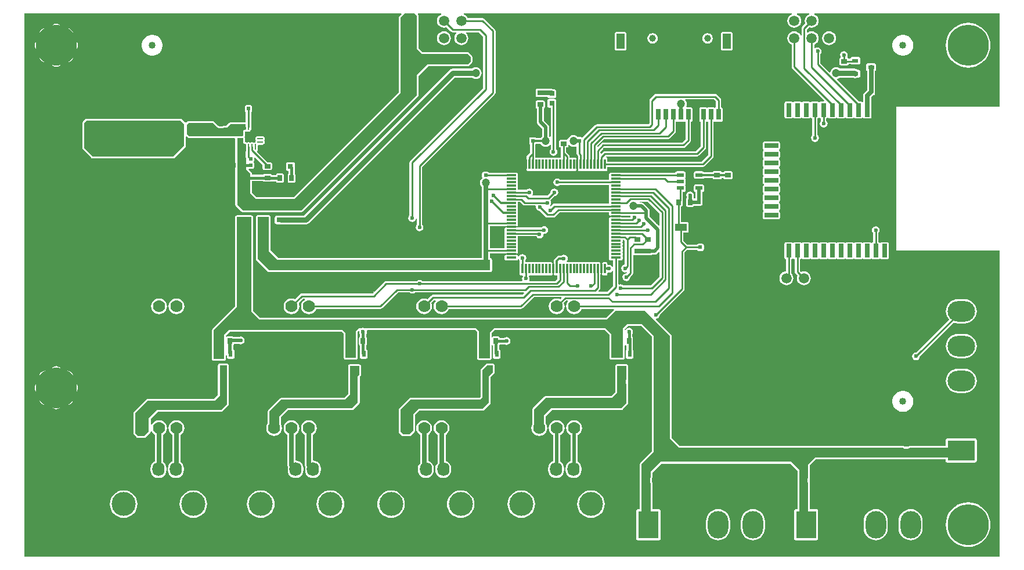
<source format=gtl>
G04 Layer_Physical_Order=1*
G04 Layer_Color=255*
%FSTAX24Y24*%
%MOIN*%
G70*
G01*
G75*
%ADD10R,0.0276X0.0787*%
%ADD11R,0.0787X0.0276*%
%ADD12R,0.0118X0.0575*%
%ADD13R,0.0575X0.0118*%
%ADD14R,0.0256X0.0335*%
%ADD15R,0.0335X0.0256*%
%ADD16R,0.0512X0.0295*%
%ADD17R,0.0500X0.0550*%
%ADD18R,0.0201X0.0217*%
%ADD19R,0.0550X0.0500*%
%ADD20R,0.0217X0.0201*%
%ADD21R,0.0846X0.0906*%
%ADD22C,0.0400*%
%ADD23R,0.0236X0.0354*%
%ADD24R,0.0709X0.0394*%
%ADD25R,0.0394X0.0236*%
%ADD26R,0.0300X0.0300*%
%ADD27R,0.0472X0.0866*%
%ADD28R,0.0276X0.0630*%
%ADD29R,0.0472X0.0551*%
%ADD30R,0.0630X0.0551*%
%ADD31O,0.0098X0.0335*%
%ADD32O,0.0335X0.0098*%
%ADD33R,0.0591X0.0591*%
%ADD34R,0.0300X0.0300*%
%ADD35R,0.0354X0.0236*%
%ADD36C,0.0300*%
%ADD37C,0.0200*%
%ADD38C,0.0100*%
%ADD39C,0.0150*%
%ADD40C,0.0120*%
%ADD41C,0.0250*%
%ADD42C,0.0591*%
%ADD43R,0.0591X0.0591*%
%ADD44O,0.0700X0.0800*%
%ADD45C,0.1378*%
%ADD46R,0.1575X0.1181*%
%ADD47O,0.1575X0.1181*%
%ADD48C,0.2362*%
%ADD49O,0.1200X0.1100*%
%ADD50O,0.1100X0.1200*%
%ADD51C,0.0700*%
%ADD52R,0.1181X0.1575*%
%ADD53O,0.1181X0.1575*%
%ADD54C,0.0394*%
%ADD55C,0.0236*%
%ADD56C,0.0472*%
G36*
X40069Y34546D02*
X4012Y34495D01*
X41341D01*
Y34435D01*
X40071D01*
X40006Y345D01*
Y34741D01*
X40069D01*
Y34546D01*
D02*
G37*
G36*
X421127Y346037D02*
Y344666D01*
X421075Y344655D01*
X421003Y344607D01*
X420955Y344535D01*
X420938Y34445D01*
X420955Y344365D01*
X421003Y344293D01*
X421075Y344245D01*
X42116Y344228D01*
X421222Y34424D01*
X421252Y344198D01*
X421236Y344179D01*
X421229Y344172D01*
X421145Y344155D01*
X421073Y344107D01*
X421025Y344035D01*
X421008Y34395D01*
X421025Y343865D01*
X421073Y343793D01*
X421145Y343745D01*
X42123Y343728D01*
X421315Y343745D01*
X421387Y343793D01*
X421435Y343865D01*
X421452Y34395D01*
X421451Y343955D01*
X421568Y344072D01*
X421601Y344121D01*
X421613Y34418D01*
Y345201D01*
X421663Y345227D01*
X421667Y345225D01*
X421706Y345217D01*
X422041D01*
X422043Y345217D01*
X422294D01*
X422296Y345217D01*
X422631D01*
X42267Y345225D01*
X422697Y345243D01*
X422847D01*
X422925Y345258D01*
X422991Y345303D01*
X423081Y345392D01*
X423127Y345373D01*
Y343973D01*
X422626Y343472D01*
X422621Y343471D01*
X422609Y343463D01*
X42106D01*
X421057Y343467D01*
X420985Y343515D01*
X4209Y343532D01*
X420826Y343518D01*
X420776Y343545D01*
Y344912D01*
X420911D01*
X42095Y34492D01*
X420983Y344942D01*
X421005Y344975D01*
X421013Y345014D01*
Y345132D01*
X421005Y345171D01*
X421005Y345171D01*
X421005Y345172D01*
X421013Y345211D01*
Y345329D01*
X421005Y345368D01*
X421005Y345368D01*
X421005Y345368D01*
X421013Y345407D01*
Y345526D01*
X421005Y345565D01*
X421005Y345565D01*
X421005Y345565D01*
X421013Y345604D01*
Y345722D01*
X421005Y345761D01*
X421005Y345762D01*
X421005Y345762D01*
X421013Y345801D01*
Y345919D01*
X421005Y345958D01*
X421005Y345959D01*
X421005Y345959D01*
X421013Y345998D01*
Y346101D01*
X421063Y346101D01*
X421127Y346037D01*
D02*
G37*
G36*
X39969Y34198D02*
X40015Y34152D01*
X42011D01*
X42059Y342D01*
X42231D01*
X42373Y34058D01*
Y33466D01*
X42425Y33414D01*
X437124D01*
X437134Y334125D01*
X437167Y334103D01*
X437206Y334095D01*
X437407D01*
X437446Y334103D01*
X437479Y334125D01*
X437489Y33414D01*
X440836D01*
X44084Y33413D01*
Y33357D01*
X43206D01*
X43165Y33316D01*
Y332412D01*
X431643Y332378D01*
Y332177D01*
X43165Y332144D01*
Y33046D01*
X43161Y33042D01*
X43116D01*
Y33286D01*
X43069Y33333D01*
X42321D01*
X42262Y33274D01*
Y332451D01*
X422618Y33245D01*
X422596Y332417D01*
X422588Y332378D01*
Y332177D01*
X422596Y332138D01*
X422618Y332105D01*
X42262Y332104D01*
Y33046D01*
X42261Y33045D01*
X42211D01*
Y33321D01*
X42281Y33391D01*
Y34057D01*
X42213Y34125D01*
X42128D01*
X42103Y341D01*
Y33932D01*
X42036D01*
Y34068D01*
X42003Y34101D01*
X41363D01*
X41338Y34076D01*
Y33929D01*
X41275D01*
Y34085D01*
X41259Y34101D01*
X406203D01*
X406195Y341015D01*
X40611Y341032D01*
X406025Y341015D01*
X406017Y34101D01*
X40585D01*
X40569Y34085D01*
Y33931D01*
X40511D01*
Y34074D01*
X40493Y34092D01*
X39842D01*
X39813Y34063D01*
Y33925D01*
X39752D01*
Y34089D01*
X39886Y34223D01*
Y3474D01*
X39969D01*
Y34198D01*
D02*
G37*
G36*
X40919Y35898D02*
Y35707D01*
X40948Y35678D01*
X41212D01*
X41228Y35662D01*
Y35633D01*
X41212Y35617D01*
X40981D01*
X4092Y35556D01*
Y35442D01*
X40257Y34779D01*
X39919D01*
X39888Y3481D01*
Y350238D01*
X398887Y350248D01*
X398894Y350287D01*
Y350488D01*
X398887Y350527D01*
X39888Y350537D01*
Y351892D01*
X398896Y35194D01*
X398905Y351944D01*
X398915Y351946D01*
X398917Y351947D01*
X398919Y351947D01*
X399058D01*
X399062Y351948D01*
X399176D01*
X399181Y351949D01*
X39922Y351918D01*
Y35174D01*
X399232Y351728D01*
Y351707D01*
X39924Y351668D01*
X399262Y351635D01*
X399295Y351612D01*
X399334Y351605D01*
X399347D01*
X399382Y351566D01*
X399379Y351549D01*
Y351435D01*
X399378Y351431D01*
Y35086D01*
X399389Y350802D01*
X39939Y350801D01*
X39939Y35013D01*
X39964Y34988D01*
Y34877D01*
X39995Y34846D01*
X4022D01*
X40827Y35453D01*
Y35887D01*
X408503Y359103D01*
X409067D01*
X40919Y35898D01*
D02*
G37*
G36*
X423127Y347607D02*
Y346929D01*
X423081Y346909D01*
X422569Y347421D01*
Y3475D01*
X422576Y347532D01*
Y347732D01*
X422569Y347764D01*
Y347765D01*
X422554Y347843D01*
X42251Y347909D01*
X422244Y348174D01*
X422178Y348218D01*
X4221Y348234D01*
X421959D01*
X421957Y348237D01*
X421985Y348287D01*
X422447D01*
X423127Y347607D01*
D02*
G37*
G36*
X39583Y35276D02*
Y3515D01*
X39521Y35088D01*
X39058D01*
X39009Y35137D01*
Y35281D01*
X39024Y35296D01*
X39563D01*
X39583Y35276D01*
D02*
G37*
G36*
X442675Y353734D02*
X436716D01*
Y345467D01*
X442675D01*
Y343104D01*
X424526D01*
X424507Y343151D01*
X424528Y343172D01*
X424561Y343221D01*
X424573Y34328D01*
Y345363D01*
X42472Y34551D01*
X425282D01*
X425295Y345491D01*
X425328Y345469D01*
X425367Y345461D01*
X425584D01*
X425623Y345469D01*
X425656Y345491D01*
X425678Y345524D01*
X425686Y345563D01*
Y345764D01*
X425678Y345803D01*
X425656Y345836D01*
X425623Y345858D01*
X425584Y345866D01*
X425367D01*
X425328Y345858D01*
X425295Y345836D01*
X425282Y345816D01*
X42472D01*
X424506Y34603D01*
Y346506D01*
X424708D01*
X424747Y346514D01*
X42478Y346536D01*
X424802Y346569D01*
X42481Y346608D01*
Y347002D01*
X424802Y347041D01*
X42478Y347074D01*
X424747Y347096D01*
X424708Y347104D01*
X424369D01*
Y347998D01*
X424383Y348D01*
X424416Y348022D01*
X424438Y348055D01*
X424446Y348094D01*
Y348282D01*
X424465Y348312D01*
X424477Y34837D01*
Y348849D01*
X424521D01*
X42456Y348857D01*
X424593Y348879D01*
X424615Y348912D01*
X424623Y348951D01*
Y349187D01*
X424615Y349226D01*
X424595Y349256D01*
X424615Y349286D01*
X424623Y349325D01*
Y349561D01*
X424615Y3496D01*
X424595Y34963D01*
X424615Y34966D01*
X424623Y349699D01*
Y349935D01*
X424615Y349974D01*
X424593Y350007D01*
X42456Y350029D01*
X424521Y350037D01*
X424127D01*
X424088Y350029D01*
X424055Y350007D01*
X424033Y349974D01*
X424028Y34995D01*
X42095D01*
X42095Y34995D01*
X420911Y349958D01*
X420336D01*
X420297Y34995D01*
X420263Y349928D01*
X420241Y349895D01*
X420234Y349856D01*
Y349738D01*
X420241Y349699D01*
X420242Y349699D01*
X420241Y349698D01*
X420234Y349659D01*
Y349556D01*
X417424D01*
X417421Y349561D01*
X417349Y349609D01*
X417264Y349626D01*
X417178Y349609D01*
X417106Y349561D01*
X417058Y349489D01*
X417041Y349404D01*
X417058Y349318D01*
X417106Y349246D01*
X417178Y349198D01*
X417264Y349181D01*
X417349Y349198D01*
X417421Y349246D01*
X417424Y349251D01*
X420234D01*
Y349148D01*
X420241Y349109D01*
X420242Y349108D01*
X420241Y349108D01*
X420234Y349069D01*
Y348951D01*
X420241Y348912D01*
X420242Y348911D01*
X420241Y348911D01*
X420234Y348872D01*
Y348754D01*
X420241Y348715D01*
X420242Y348715D01*
X420241Y348714D01*
X420234Y348675D01*
Y348557D01*
X420241Y348518D01*
X420242Y348518D01*
X420241Y348517D01*
X420234Y348478D01*
Y34836D01*
X420241Y348321D01*
X420242Y348321D01*
X420241Y348321D01*
X420234Y348282D01*
Y348179D01*
X417096D01*
X417037Y348167D01*
X416987Y348134D01*
X416876Y348022D01*
X416867Y348024D01*
X416861Y348032D01*
X416847Y348078D01*
X416885Y348135D01*
X416902Y34822D01*
X416885Y348305D01*
X416846Y348364D01*
X416858Y348372D01*
X417085Y348599D01*
X41709Y348598D01*
X417175Y348615D01*
X417247Y348663D01*
X417295Y348735D01*
X417312Y34882D01*
X417295Y348905D01*
X417247Y348977D01*
X417175Y349025D01*
X41709Y349042D01*
X417005Y349025D01*
X416933Y348977D01*
X416885Y348905D01*
X416868Y34882D01*
X416869Y348815D01*
X416687Y348633D01*
X415855D01*
X415828Y348683D01*
X415858Y348728D01*
X415875Y348813D01*
X415858Y348898D01*
X41581Y34897D01*
X415738Y349018D01*
X415653Y349035D01*
X415568Y349018D01*
X415496Y34897D01*
X415493Y348966D01*
X415009D01*
Y349069D01*
X415001Y349108D01*
X415001Y349108D01*
X415001Y349109D01*
X415009Y349148D01*
Y349266D01*
X415001Y349305D01*
X415001Y349305D01*
X415001Y349305D01*
X415009Y349344D01*
Y349463D01*
X415001Y349502D01*
X415001Y349502D01*
X415001Y349502D01*
X415009Y349541D01*
Y349659D01*
X415001Y349698D01*
X415001Y349699D01*
X415001Y349699D01*
X415009Y349738D01*
Y349856D01*
X415001Y349895D01*
X414979Y349928D01*
X414946Y34995D01*
X414907Y349958D01*
X414332D01*
X414293Y34995D01*
X414292Y34995D01*
X413346D01*
X413333Y34997D01*
X4133Y349992D01*
X413261Y35D01*
X413044D01*
X413005Y349992D01*
X412972Y34997D01*
X41295Y349937D01*
X412943Y349898D01*
Y349697D01*
X41295Y349658D01*
X41296Y349643D01*
X412913Y349607D01*
X412859Y349537D01*
X412825Y349455D01*
X412814Y349367D01*
X412825Y349279D01*
X412859Y349198D01*
X412913Y349127D01*
X412923Y349119D01*
Y34901D01*
Y347041D01*
Y345467D01*
Y345052D01*
X401242D01*
X400792Y345502D01*
Y34741D01*
X400784Y347449D01*
X400762Y347482D01*
X400729Y347504D01*
X40069Y347512D01*
X40006D01*
X400021Y347504D01*
X399988Y347482D01*
X399966Y347449D01*
X399958Y34741D01*
Y345D01*
X399966Y344961D01*
X399988Y344928D01*
X400638Y344278D01*
X400671Y344256D01*
X40071Y344248D01*
X41341D01*
X413449Y344256D01*
X413482Y344278D01*
X413504Y344311D01*
X413512Y34435D01*
Y34495D01*
X413504Y344989D01*
X413482Y345022D01*
X413449Y345044D01*
X41341Y345052D01*
X413382D01*
Y345314D01*
X414292D01*
X414293Y345313D01*
X414332Y345306D01*
X414907D01*
X414946Y345313D01*
X414979Y345335D01*
X415001Y345368D01*
X415009Y345407D01*
Y345526D01*
X415001Y345565D01*
X415001Y345565D01*
X415001Y345565D01*
X415009Y345604D01*
Y345722D01*
X415001Y345761D01*
X415001Y345762D01*
X415001Y345762D01*
X415009Y345801D01*
Y345919D01*
X415001Y345958D01*
X415001Y345959D01*
X415001Y345959D01*
X415009Y345998D01*
Y346116D01*
X415001Y346155D01*
X415001Y346156D01*
X415001Y346156D01*
X415009Y346195D01*
Y346298D01*
X416046D01*
X416083Y346243D01*
X416155Y346195D01*
X41624Y346178D01*
X416325Y346195D01*
X416397Y346243D01*
X416445Y346315D01*
X416462Y346396D01*
X416467Y346411D01*
X416497Y34644D01*
X41651Y346438D01*
X416595Y346455D01*
X416667Y346503D01*
X416715Y346575D01*
X416732Y34666D01*
X416715Y346745D01*
X416667Y346817D01*
X416595Y346865D01*
X41651Y346882D01*
X416425Y346865D01*
X416353Y346817D01*
X416342Y346801D01*
X414946D01*
X414946Y346801D01*
X414907Y346809D01*
X414332D01*
X414293Y346801D01*
X41426Y346779D01*
X414237Y346746D01*
X41423Y346707D01*
Y346589D01*
X414237Y34655D01*
X414238Y346549D01*
X414237Y346549D01*
X41423Y34651D01*
Y346392D01*
X414237Y346353D01*
X414238Y346352D01*
X414237Y346352D01*
X41423Y346313D01*
Y346195D01*
X414237Y346156D01*
X414238Y346156D01*
X414237Y346155D01*
X41423Y346116D01*
Y345998D01*
X414237Y345959D01*
X414238Y345959D01*
X414237Y345958D01*
X41423Y345919D01*
Y345801D01*
X414237Y345762D01*
X414238Y345762D01*
X414237Y345761D01*
X41423Y345722D01*
Y345619D01*
X413382D01*
Y346888D01*
X414292D01*
X414293Y346888D01*
X414332Y34688D01*
X414907D01*
X414946Y346888D01*
X414979Y34691D01*
X415001Y346943D01*
X415009Y346982D01*
Y3471D01*
X415001Y347139D01*
X415001Y34714D01*
X415001Y34714D01*
X415009Y347179D01*
Y347297D01*
X415001Y347336D01*
X415001Y347337D01*
X415001Y347337D01*
X415009Y347376D01*
Y347494D01*
X415001Y347533D01*
X415001Y347533D01*
X415001Y347534D01*
X415009Y347573D01*
Y347691D01*
X415001Y34773D01*
X415001Y34773D01*
X415001Y347731D01*
X415009Y34777D01*
Y347888D01*
X415001Y347927D01*
X415001Y347927D01*
X415001Y347928D01*
X415009Y347967D01*
Y348085D01*
X415001Y348124D01*
X415001Y348124D01*
X415001Y348124D01*
X415009Y348163D01*
Y348266D01*
X415127D01*
X415282Y348112D01*
X415331Y348079D01*
X41539Y348067D01*
X415997D01*
X416037Y348017D01*
X416028Y34797D01*
X416045Y347885D01*
X416093Y347813D01*
X416165Y347765D01*
X41625Y347748D01*
X416255Y347749D01*
X416582Y347422D01*
X416631Y347389D01*
X41669Y347377D01*
X41703D01*
X417089Y347389D01*
X417138Y347422D01*
X417392Y347676D01*
X420234D01*
Y347573D01*
X420241Y347534D01*
X420263Y347501D01*
X420297Y347479D01*
X420336Y347471D01*
X420911D01*
X42095Y347479D01*
X42095Y347479D01*
X421448D01*
X421478Y347441D01*
X42146Y347391D01*
X42095D01*
X42095Y347391D01*
X420911Y347399D01*
X420336D01*
X420297Y347391D01*
X420263Y347369D01*
X420241Y347336D01*
X420234Y347297D01*
Y347179D01*
X420241Y34714D01*
X420242Y34714D01*
X420241Y347139D01*
X420234Y3471D01*
Y346982D01*
X420241Y346943D01*
X420242Y346943D01*
X420241Y346943D01*
X420234Y346904D01*
Y346785D01*
X420241Y346746D01*
X420242Y346746D01*
X420241Y346746D01*
X420234Y346707D01*
Y346589D01*
X420241Y34655D01*
X420242Y346549D01*
X420241Y346549D01*
X420234Y34651D01*
Y346392D01*
X420241Y346353D01*
X420242Y346352D01*
X420241Y346352D01*
X420234Y346313D01*
Y346195D01*
X420241Y346156D01*
X420242Y346156D01*
X420241Y346155D01*
X420234Y346116D01*
Y345998D01*
X420241Y345959D01*
X420242Y345959D01*
X420241Y345958D01*
X420234Y345919D01*
Y345801D01*
X420241Y345762D01*
X420242Y345762D01*
X420241Y345761D01*
X420234Y345722D01*
Y345604D01*
X420241Y345565D01*
X420242Y345565D01*
X420241Y345565D01*
X420234Y345526D01*
Y345407D01*
X420241Y345368D01*
X420242Y345368D01*
X420241Y345368D01*
X420234Y345329D01*
Y345211D01*
X420241Y345172D01*
X420242Y345171D01*
X420241Y345171D01*
X420234Y345132D01*
Y345014D01*
X420241Y344975D01*
X420263Y344942D01*
X420297Y34492D01*
X420336Y344912D01*
X42047D01*
Y344566D01*
X42042Y344551D01*
X420394Y34459D01*
X420322Y344639D01*
X420237Y344655D01*
X420194Y344647D01*
X420144Y344688D01*
Y344721D01*
X420137Y34476D01*
X420115Y344793D01*
X420082Y344815D01*
X420043Y344823D01*
X419924D01*
X419885Y344815D01*
X419852Y344793D01*
X41983Y34476D01*
X419822Y344721D01*
Y344444D01*
X41982Y344433D01*
X419822Y344422D01*
Y344145D01*
X41983Y344106D01*
X419852Y344073D01*
X419885Y344051D01*
X419924Y344043D01*
X420043D01*
X420082Y344051D01*
X420115Y344073D01*
X420137Y344106D01*
X420144Y344145D01*
Y344178D01*
X420194Y344219D01*
X420237Y344211D01*
X420322Y344228D01*
X420394Y344276D01*
X42042Y344315D01*
X42047Y3443D01*
Y343457D01*
X420127Y343113D01*
X419635D01*
X419615Y343159D01*
X419698Y343242D01*
X419731Y343291D01*
X419743Y34335D01*
Y344106D01*
X419743Y344106D01*
X419751Y344145D01*
Y344721D01*
X419743Y34476D01*
X419721Y344793D01*
X419688Y344815D01*
X419649Y344823D01*
X419531D01*
X419492Y344815D01*
X419491Y344815D01*
X419491Y344815D01*
X419452Y344823D01*
X419334D01*
X419295Y344815D01*
X419294Y344815D01*
X419294Y344815D01*
X419255Y344823D01*
X419137D01*
X419098Y344815D01*
X419098Y344815D01*
X419097Y344815D01*
X419058Y344823D01*
X41894D01*
X418901Y344815D01*
X418901Y344815D01*
X4189Y344815D01*
X418861Y344823D01*
X418743D01*
X418704Y344815D01*
X418704Y344815D01*
X418704Y344815D01*
X418665Y344823D01*
X418546D01*
X418507Y344815D01*
X418507Y344815D01*
X418507Y344815D01*
X418468Y344823D01*
X41835D01*
X418311Y344815D01*
X41831Y344815D01*
X41831Y344815D01*
X418271Y344823D01*
X418153D01*
X418114Y344815D01*
X418113Y344815D01*
X418113Y344815D01*
X418074Y344823D01*
X417956D01*
X417917Y344815D01*
X417917Y344815D01*
X417916Y344815D01*
X417877Y344823D01*
X417826D01*
X417816Y344837D01*
X417804Y344873D01*
X417845Y344935D01*
X417862Y34502D01*
X417845Y345105D01*
X417797Y345177D01*
X417725Y345225D01*
X41764Y345242D01*
X417555Y345225D01*
X417492Y345183D01*
X41736D01*
X417298Y345171D01*
X417245Y345135D01*
X417112Y345003D01*
X417077Y34495D01*
X417064Y344888D01*
Y344433D01*
X417067Y344422D01*
Y344145D01*
X417074Y344106D01*
X417096Y344073D01*
X417129Y344051D01*
X417169Y344043D01*
X417271D01*
Y343833D01*
X417161Y343723D01*
X415677D01*
X415653Y343767D01*
X415661Y343779D01*
X415678Y343864D01*
X415661Y343949D01*
X415632Y343993D01*
X415658Y344043D01*
X415712D01*
X415751Y344051D01*
X415751Y344051D01*
X415752Y344051D01*
X415791Y344043D01*
X415909D01*
X415948Y344051D01*
X415948Y344051D01*
X415948Y344051D01*
X415987Y344043D01*
X416105D01*
X416145Y344051D01*
X416145Y344051D01*
X416145Y344051D01*
X416184Y344043D01*
X416302D01*
X416341Y344051D01*
X416342Y344051D01*
X416342Y344051D01*
X416381Y344043D01*
X416499D01*
X416538Y344051D01*
X416539Y344051D01*
X416539Y344051D01*
X416578Y344043D01*
X416696D01*
X416735Y344051D01*
X416735Y344051D01*
X416736Y344051D01*
X416775Y344043D01*
X416893D01*
X416932Y344051D01*
X416965Y344073D01*
X416987Y344106D01*
X416995Y344145D01*
Y344721D01*
X416987Y34476D01*
X416965Y344793D01*
X416932Y344815D01*
X416893Y344823D01*
X416775D01*
X416736Y344815D01*
X416735Y344815D01*
X416735Y344815D01*
X416696Y344823D01*
X416578D01*
X416539Y344815D01*
X416539Y344815D01*
X416538Y344815D01*
X416499Y344823D01*
X416381D01*
X416342Y344815D01*
X416342Y344815D01*
X416341Y344815D01*
X416302Y344823D01*
X416184D01*
X416145Y344815D01*
X416145Y344815D01*
X416145Y344815D01*
X416105Y344823D01*
X415987D01*
X415948Y344815D01*
X415948Y344815D01*
X415948Y344815D01*
X415909Y344823D01*
X415791D01*
X415752Y344815D01*
X415751Y344815D01*
X415751Y344815D01*
X415712Y344823D01*
X415594D01*
X415555Y344815D01*
X415554Y344815D01*
X415554Y344815D01*
X415515Y344823D01*
X415412D01*
Y344889D01*
X415416Y344892D01*
X415465Y344964D01*
X415481Y345049D01*
X415465Y345134D01*
X415416Y345206D01*
X415344Y345255D01*
X415259Y345271D01*
X415174Y345255D01*
X415102Y345206D01*
X415058Y34514D01*
X415032Y34514D01*
X415006Y345146D01*
X415001Y345171D01*
X414979Y345204D01*
X414946Y345226D01*
X414907Y345234D01*
X414332D01*
X414293Y345226D01*
X41426Y345204D01*
X414237Y345171D01*
X41423Y345132D01*
Y345014D01*
X414237Y344975D01*
X41426Y344942D01*
X414293Y34492D01*
X414332Y344912D01*
X414907D01*
X414946Y34492D01*
X414979Y344942D01*
X415001Y344974D01*
X415004Y344975D01*
X415052Y344973D01*
X415054Y344964D01*
X415102Y344892D01*
X415106Y344889D01*
Y34476D01*
X415106Y34476D01*
X415098Y344721D01*
Y344145D01*
X415106Y344106D01*
X415128Y344073D01*
X415161Y344051D01*
X4152Y344043D01*
X415253D01*
X41528Y343993D01*
X41525Y343949D01*
X415234Y343864D01*
X41525Y343779D01*
X415258Y343767D01*
X415235Y343723D01*
X40952D01*
X409517Y343727D01*
X409445Y343775D01*
X40936Y343792D01*
X409275Y343775D01*
X409203Y343727D01*
X4092Y343723D01*
X40744D01*
X407381Y343711D01*
X407332Y343678D01*
X406758Y343104D01*
X406693D01*
X406712Y343058D01*
X406667Y343013D01*
X402591D01*
X402532Y343001D01*
X402483Y342968D01*
X402196Y342681D01*
X402122Y342712D01*
X402004Y342728D01*
X401887Y342712D01*
X401778Y342667D01*
X401684Y342595D01*
X401611Y342501D01*
X401566Y342391D01*
X401551Y342274D01*
X401566Y342156D01*
X401611Y342047D01*
X401684Y341953D01*
X401778Y341881D01*
X401887Y341835D01*
X402004Y34182D01*
X402122Y341835D01*
X402231Y341881D01*
X402325Y341953D01*
X402398Y342047D01*
X402443Y342156D01*
X402458Y342274D01*
X402443Y342391D01*
X402412Y342465D01*
X402654Y342707D01*
X40275D01*
X402765Y342657D01*
X402684Y342595D01*
X402611Y342501D01*
X402566Y342391D01*
X402551Y342274D01*
X402566Y342156D01*
X402611Y342047D01*
X402684Y341953D01*
X402778Y341881D01*
X402887Y341835D01*
X403004Y34182D01*
X403122Y341835D01*
X403231Y341881D01*
X403325Y341953D01*
X403398Y342047D01*
X403428Y342121D01*
X407104D01*
X407162Y342132D01*
X407212Y342165D01*
X408113Y343067D01*
X40877D01*
X408773Y343063D01*
X408845Y343015D01*
X40893Y342998D01*
X409015Y343015D01*
X409087Y343063D01*
X40909Y343067D01*
X415335D01*
X415355Y343021D01*
X415267Y342933D01*
X410122D01*
X410064Y342921D01*
X410014Y342888D01*
X409807Y342681D01*
X409733Y342712D01*
X409616Y342728D01*
X409499Y342712D01*
X409389Y342667D01*
X409295Y342595D01*
X409223Y342501D01*
X409178Y342391D01*
X409162Y342274D01*
X409178Y342156D01*
X409223Y342047D01*
X409295Y341953D01*
X409389Y341881D01*
X409499Y341835D01*
X409616Y34182D01*
X409733Y341835D01*
X409843Y341881D01*
X409937Y341953D01*
X410009Y342047D01*
X410054Y342156D01*
X41007Y342274D01*
X410054Y342391D01*
X410024Y342465D01*
X410186Y342627D01*
X410259D01*
X410282Y342577D01*
X410223Y342501D01*
X410178Y342391D01*
X410162Y342274D01*
X410178Y342156D01*
X410223Y342047D01*
X410295Y341953D01*
X410389Y341881D01*
X410499Y341835D01*
X410616Y34182D01*
X410733Y341835D01*
X410843Y341881D01*
X410937Y341953D01*
X411009Y342047D01*
X41104Y342121D01*
X415174D01*
X415232Y342132D01*
X415282Y342165D01*
X415923Y342807D01*
X417479D01*
X417499Y342761D01*
X417419Y342681D01*
X417345Y342712D01*
X417228Y342728D01*
X41711Y342712D01*
X417001Y342667D01*
X416907Y342595D01*
X416834Y342501D01*
X416789Y342391D01*
X416774Y342274D01*
X416789Y342156D01*
X416834Y342047D01*
X416907Y341953D01*
X417001Y341881D01*
X41711Y341835D01*
X417228Y34182D01*
X417345Y341835D01*
X417454Y341881D01*
X417548Y341953D01*
X417621Y342047D01*
X417666Y342156D01*
X417681Y342274D01*
X417666Y342391D01*
X417635Y342465D01*
X417777Y342607D01*
X417853D01*
X417878Y342557D01*
X417834Y342501D01*
X417789Y342391D01*
X417774Y342274D01*
X417789Y342156D01*
X417834Y342047D01*
X417907Y341953D01*
X418001Y341881D01*
X41811Y341835D01*
X418228Y34182D01*
X418345Y341835D01*
X418455Y341881D01*
X418549Y341953D01*
X418621Y342047D01*
X418651Y342121D01*
X420501D01*
X420516Y342077D01*
X420516Y342071D01*
X420068Y341622D01*
X400192D01*
X399792Y342022D01*
Y343104D01*
Y3474D01*
X399784Y347439D01*
X399762Y347472D01*
X399729Y347494D01*
X39969Y347502D01*
X39886D01*
X398821Y347494D01*
X398788Y347472D01*
X398766Y347439D01*
X398758Y3474D01*
Y343104D01*
Y342272D01*
X397448Y340962D01*
X397426Y340929D01*
X397418Y34089D01*
Y33925D01*
X397426Y339211D01*
X397448Y339178D01*
X397481Y339156D01*
X39752Y339148D01*
X39813D01*
X398169Y339156D01*
X398202Y339178D01*
X398224Y339211D01*
X398232Y33925D01*
Y339434D01*
X398277Y339457D01*
X398287Y339451D01*
Y339364D01*
X398295Y339325D01*
X398317Y339292D01*
X39835Y33927D01*
X398389Y339262D01*
X398625D01*
X398664Y33927D01*
X398697Y339292D01*
X398719Y339325D01*
X398727Y339364D01*
Y339719D01*
X398719Y339758D01*
X398697Y339791D01*
X398672Y339808D01*
Y340036D01*
X39869Y340063D01*
X398698Y340102D01*
Y340106D01*
X398993D01*
X398995Y340105D01*
X39908Y340088D01*
X399165Y340105D01*
X399237Y340153D01*
X399285Y340225D01*
X399302Y34031D01*
X399285Y340395D01*
X399237Y340467D01*
X399165Y340515D01*
X39908Y340532D01*
X398995Y340515D01*
X398993Y340514D01*
X398661D01*
X398635Y340531D01*
X398596Y340539D01*
X39834D01*
X398301Y340531D01*
X398282Y340519D01*
X398236Y340537D01*
X398234Y340539D01*
X398233Y340589D01*
X398462Y340818D01*
X404888D01*
X405008Y340698D01*
Y33931D01*
X405016Y339271D01*
X405038Y339238D01*
X405071Y339216D01*
X40511Y339208D01*
X40569D01*
X405729Y339216D01*
X405762Y339238D01*
X405784Y339271D01*
X405792Y33931D01*
Y340808D01*
X405847Y340863D01*
X405893Y340838D01*
X405888Y34081D01*
X405905Y340725D01*
X405927Y340691D01*
Y340524D01*
X405905Y340509D01*
X405883Y340476D01*
X405876Y340437D01*
Y340102D01*
X405883Y340063D01*
X405905Y34003D01*
X405927Y340016D01*
Y33973D01*
X405925Y339719D01*
Y339364D01*
X405933Y339325D01*
X405955Y339292D01*
X405988Y33927D01*
X406027Y339262D01*
X406263D01*
X406302Y33927D01*
X406335Y339292D01*
X406357Y339325D01*
X406365Y339364D01*
Y339719D01*
X406357Y339758D01*
X406335Y339791D01*
X406302Y339813D01*
X406284Y339816D01*
Y340016D01*
X406306Y34003D01*
X406328Y340063D01*
X406335Y340102D01*
Y340437D01*
X406328Y340476D01*
X406306Y340509D01*
X406284Y340524D01*
Y340678D01*
X406315Y340725D01*
X406332Y34081D01*
X406323Y340858D01*
X406362Y340908D01*
X412548D01*
X412648Y340808D01*
Y33929D01*
X412656Y339251D01*
X412678Y339218D01*
X412711Y339196D01*
X41275Y339188D01*
X41338D01*
X413419Y339196D01*
X413452Y339218D01*
X413474Y339251D01*
X413482Y33929D01*
Y340032D01*
X413527Y340046D01*
X41354Y340035D01*
X413543Y34003D01*
X413556Y340021D01*
X413565Y340014D01*
Y33973D01*
X413563Y339719D01*
Y339364D01*
X41357Y339325D01*
X413592Y339292D01*
X413626Y33927D01*
X413665Y339262D01*
X413901D01*
X41394Y33927D01*
X413973Y339292D01*
X413995Y339325D01*
X414003Y339364D01*
Y339719D01*
X413995Y339758D01*
X413973Y339791D01*
X41394Y339813D01*
X413922Y339816D01*
Y340016D01*
X413943Y34003D01*
X413965Y340063D01*
X413971Y340091D01*
X41424D01*
X414265Y340075D01*
X41435Y340058D01*
X414435Y340075D01*
X414507Y340123D01*
X414555Y340195D01*
X414572Y34028D01*
X414555Y340365D01*
X414507Y340437D01*
X414435Y340485D01*
X41435Y340502D01*
X414265Y340485D01*
X414209Y340448D01*
X413971D01*
X413965Y340476D01*
X413943Y340509D01*
X41391Y340531D01*
X413871Y340539D01*
X413615D01*
X413576Y340531D01*
X413543Y340509D01*
X413532Y340492D01*
X413482Y340507D01*
Y340718D01*
X413672Y340908D01*
X419988D01*
X420258Y340638D01*
Y33932D01*
X420266Y339281D01*
X420288Y339248D01*
X420321Y339226D01*
X42036Y339218D01*
X42103D01*
X421069Y339226D01*
X421102Y339248D01*
X421124Y339281D01*
X421132Y33932D01*
Y340014D01*
X421181Y34003D01*
X421214Y340008D01*
X421242Y340003D01*
Y339798D01*
X42123Y339791D01*
X421208Y339758D01*
X4212Y339719D01*
Y339364D01*
X421208Y339325D01*
X42123Y339292D01*
X421263Y33927D01*
X421302Y339262D01*
X421539D01*
X421578Y33927D01*
X421611Y339292D01*
X421633Y339325D01*
X421641Y339364D01*
Y339719D01*
X421633Y339758D01*
X421611Y339791D01*
X421599Y339798D01*
Y340057D01*
X421603Y340063D01*
X421611Y340102D01*
Y340437D01*
X421603Y340476D01*
X421581Y340509D01*
X42156Y340524D01*
Y340683D01*
X421587Y340724D01*
X421604Y340809D01*
X421587Y340894D01*
X421538Y340966D01*
X421466Y341014D01*
X421381Y341031D01*
X421296Y341014D01*
X421224Y340966D01*
X421182Y340903D01*
X421134Y340911D01*
X421132Y340958D01*
X421322Y341148D01*
X422088D01*
X422708Y340528D01*
Y333952D01*
X422038Y333282D01*
X422016Y333249D01*
X422008Y33321D01*
Y330608D01*
X421905D01*
X421866Y3306D01*
X421833Y330578D01*
X421811Y330545D01*
X421803Y330506D01*
Y328931D01*
X421811Y328892D01*
X421833Y328859D01*
X421866Y328837D01*
X421905Y328829D01*
X423086D01*
X423125Y328837D01*
X423158Y328859D01*
X42318Y328892D01*
X423188Y328931D01*
Y330506D01*
X42318Y330545D01*
X423158Y330578D01*
X423125Y3306D01*
X423086Y330608D01*
X422722D01*
Y332104D01*
X42272Y332114D01*
X42272Y332124D01*
X422716Y332133D01*
X422714Y332143D01*
X422709Y332151D01*
X422705Y33216D01*
X422702Y332164D01*
X422692Y332178D01*
X42269Y332187D01*
Y332368D01*
X422692Y332377D01*
X422702Y332391D01*
X422705Y332395D01*
X422709Y332404D01*
X422714Y332412D01*
X422716Y332422D01*
X42272Y332431D01*
X42272Y332441D01*
X422722Y332451D01*
Y332698D01*
X423252Y333228D01*
X430648D01*
X431058Y332818D01*
Y330608D01*
X43096D01*
X430921Y3306D01*
X430888Y330578D01*
X430866Y330545D01*
X430858Y330506D01*
Y328931D01*
X430866Y328892D01*
X430888Y328859D01*
X430921Y328837D01*
X43096Y328829D01*
X432141D01*
X43218Y328837D01*
X432213Y328859D01*
X432235Y328892D01*
X432243Y328931D01*
Y330506D01*
X432235Y330545D01*
X432213Y330578D01*
X43218Y3306D01*
X432141Y330608D01*
X431752D01*
Y332144D01*
X43175Y332153D01*
Y332163D01*
X431745Y332187D01*
Y332368D01*
X43175Y332392D01*
Y332402D01*
X431752Y332412D01*
Y333118D01*
X432102Y333468D01*
X439567D01*
Y333396D01*
X439574Y333357D01*
X439596Y333324D01*
X439629Y333301D01*
X439669Y333294D01*
X441243D01*
X441282Y333301D01*
X441315Y333324D01*
X441338Y333357D01*
X441345Y333396D01*
Y334577D01*
X441338Y334616D01*
X441315Y334649D01*
X441282Y334671D01*
X441243Y334679D01*
X439669D01*
X439629Y334671D01*
X439596Y334649D01*
X439574Y334616D01*
X439567Y334577D01*
Y334242D01*
X437489D01*
X437479Y33424D01*
X437469D01*
X43746Y334236D01*
X43745Y334234D01*
X437442Y334229D01*
X437432Y334225D01*
X437425Y334218D01*
X437417Y334212D01*
X437411Y334204D01*
X437407Y334199D01*
X437406Y334199D01*
X437397Y334197D01*
X437216D01*
X437207Y334199D01*
X437206Y334199D01*
X437201Y334204D01*
X437196Y334212D01*
X437187Y334218D01*
X43718Y334225D01*
X437171Y334229D01*
X437163Y334234D01*
X437153Y334236D01*
X437144Y33424D01*
X437133D01*
X437124Y334242D01*
X424292D01*
X423832Y334702D01*
Y34058D01*
X423824Y340619D01*
X423802Y340652D01*
X422935Y34152D01*
X422953Y341572D01*
X423015Y341585D01*
X423087Y341633D01*
X423135Y341705D01*
X423152Y34179D01*
X423151Y341795D01*
X424461Y343104D01*
X442675Y343104D01*
Y327893D01*
X386662D01*
Y348026D01*
Y348222D01*
Y359103D01*
X408294D01*
X408313Y359057D01*
X408198Y358942D01*
X408176Y358909D01*
X408168Y35887D01*
Y354572D01*
X402158Y348562D01*
X399992D01*
X399742Y348812D01*
Y349481D01*
X40036D01*
X400374Y349459D01*
X400407Y349437D01*
X400446Y34943D01*
X400781D01*
X40082Y349437D01*
X400853Y349459D01*
X400854Y349461D01*
X401114D01*
X40112Y349433D01*
X401142Y3494D01*
X401175Y349378D01*
X401214Y34937D01*
X40147D01*
X401509Y349378D01*
X401542Y3494D01*
X401564Y349433D01*
X401572Y349472D01*
Y349807D01*
X401564Y349846D01*
X401542Y349879D01*
X401509Y349901D01*
X40147Y349909D01*
X401214D01*
X401175Y349901D01*
X401142Y349879D01*
X40112Y349846D01*
X401114Y349818D01*
X400877D01*
X400875Y349826D01*
X400853Y34986D01*
X40082Y349882D01*
X400781Y349889D01*
X400446D01*
X400407Y349882D01*
X400374Y34986D01*
X40036Y349838D01*
X399767D01*
X399742Y34988D01*
X399734Y349919D01*
X399734Y349919D01*
X399712Y349952D01*
X399535Y350129D01*
X399542Y350156D01*
X399557Y350178D01*
X399749D01*
X399788Y350185D01*
X399821Y350207D01*
X399843Y350241D01*
X399851Y35028D01*
Y350496D01*
X399843Y350535D01*
X399823Y350565D01*
X399843Y350595D01*
X399851Y350634D01*
Y350822D01*
X399901Y350843D01*
X400344Y3504D01*
Y350201D01*
X400352Y350162D01*
X400374Y350129D01*
X400407Y350107D01*
X400446Y350099D01*
X400781D01*
X40082Y350107D01*
X400853Y350129D01*
X400875Y350162D01*
X400883Y350201D01*
Y350457D01*
X400875Y350496D01*
X400853Y350529D01*
X40082Y350551D01*
X400781Y350559D01*
X400618D01*
X400023Y351153D01*
X400028Y351203D01*
X400032Y351205D01*
X400065Y351255D01*
X400077Y351313D01*
Y351506D01*
X400081Y35155D01*
X400125Y351555D01*
X400318D01*
X400376Y351566D01*
X400426Y351599D01*
X400459Y351648D01*
X40047Y351707D01*
X400459Y351765D01*
X400432Y351805D01*
X400459Y351845D01*
X40047Y351904D01*
X400459Y351962D01*
X400426Y352011D01*
X400376Y352044D01*
X400318Y352056D01*
X400082D01*
X400024Y352044D01*
X399974Y352011D01*
X399941Y351962D01*
X39993Y351904D01*
X399941Y351845D01*
X399968Y351805D01*
X399941Y351765D01*
X39993Y351707D01*
X399882Y351693D01*
X399866Y35169D01*
X399826Y351663D01*
X399786Y35169D01*
X399728Y351701D01*
X399669Y35169D01*
X399629Y351663D01*
X399589Y35169D01*
X399531Y351701D01*
X399473Y35169D01*
X399432Y351663D01*
X399432Y351663D01*
X399424Y351672D01*
X399421Y351674D01*
X39942Y351677D01*
X399406Y351686D01*
X399392Y351696D01*
X399389Y351697D01*
X399387Y351699D01*
X39937Y351702D01*
X399354Y351707D01*
X399334Y351728D01*
X399326Y351767D01*
X399322Y351773D01*
Y351871D01*
X399328Y351904D01*
X399317Y351962D01*
X39929Y352002D01*
X399317Y352042D01*
X399328Y3521D01*
X399322Y352133D01*
Y352254D01*
X399334Y352303D01*
X399392Y352314D01*
X399432Y352341D01*
X399473Y352314D01*
X399531Y352303D01*
X399589Y352314D01*
X399638Y352347D01*
X399671Y352397D01*
X399683Y352455D01*
Y352569D01*
X399684Y352573D01*
Y353447D01*
X399692Y353452D01*
X399715Y353486D01*
X399722Y353525D01*
Y353741D01*
X399715Y35378D01*
X399692Y353813D01*
X399659Y353835D01*
X39962Y353843D01*
X39942D01*
X399381Y353835D01*
X399347Y353813D01*
X399325Y35378D01*
X399318Y353741D01*
Y353525D01*
X399325Y353486D01*
X399347Y353452D01*
X399378Y353432D01*
Y352852D01*
X39849D01*
X398451Y352844D01*
X398418Y352822D01*
X398238Y352642D01*
X398094D01*
X398084Y35264D01*
X398074D01*
X398065Y352636D01*
X398055Y352634D01*
X398046Y352629D01*
X398037Y352625D01*
X398036Y352624D01*
X398027Y352622D01*
X397846D01*
X397837Y352624D01*
X397835Y352625D01*
X397826Y352629D01*
X397818Y352634D01*
X397808Y352636D01*
X397562Y352882D01*
X397529Y352904D01*
X39749Y352912D01*
X39608D01*
X396041Y352904D01*
X396008Y352882D01*
X395961Y352835D01*
X395902Y352832D01*
X395702Y353032D01*
X395669Y353054D01*
X39563Y353062D01*
X39024D01*
X390201Y353054D01*
X390168Y353032D01*
X390018Y352882D01*
X389996Y352849D01*
X389988Y35281D01*
Y35137D01*
X389996Y351331D01*
X390018Y351298D01*
X390508Y350808D01*
X390541Y350786D01*
X39058Y350778D01*
X39521D01*
X395249Y350786D01*
X395282Y350808D01*
X395902Y351428D01*
X395924Y351461D01*
X395932Y3515D01*
Y352019D01*
X395978Y352038D01*
X396048Y351968D01*
X396081Y351946D01*
X39612Y351938D01*
X398738D01*
X398753Y351928D01*
X398778Y351892D01*
Y350537D01*
X39878Y350527D01*
Y350517D01*
X398784Y350508D01*
X398786Y350498D01*
X39879Y350492D01*
X398793Y350478D01*
Y350297D01*
X39879Y350283D01*
X398786Y350277D01*
X398784Y350267D01*
X39878Y350258D01*
Y350248D01*
X398778Y350238D01*
Y3481D01*
X398786Y348061D01*
X398808Y348028D01*
X399118Y347718D01*
X399151Y347696D01*
X39919Y347688D01*
X40257D01*
X402609Y347696D01*
X402642Y347718D01*
X409272Y354348D01*
X409294Y354381D01*
X409302Y35442D01*
Y355518D01*
X409852Y356068D01*
X41212D01*
X412159Y356076D01*
X412192Y356098D01*
X412352Y356258D01*
X412374Y356291D01*
X412382Y35633D01*
Y35662D01*
X412374Y356659D01*
X412352Y356692D01*
X412192Y356852D01*
X412159Y356874D01*
X41212Y356882D01*
X409522D01*
X409292Y357112D01*
Y35898D01*
X409284Y359019D01*
X409262Y359052D01*
X409257Y359057D01*
X409276Y359103D01*
X410598D01*
X410608Y359053D01*
X410548Y359028D01*
X410465Y358965D01*
X410402Y358882D01*
X410362Y358786D01*
X410349Y358683D01*
X410362Y35858D01*
X410402Y358484D01*
X410465Y358401D01*
X410548Y358338D01*
X410644Y358298D01*
X410747Y358284D01*
X41085Y358298D01*
X410897Y358317D01*
X411142Y358072D01*
X411192Y358039D01*
X41125Y358027D01*
X411468D01*
X411485Y35798D01*
X411465Y357965D01*
X411402Y357882D01*
X411362Y357786D01*
X411349Y357683D01*
X411362Y35758D01*
X411402Y357484D01*
X411465Y357401D01*
X411548Y357338D01*
X411644Y357298D01*
X411747Y357284D01*
X41185Y357298D01*
X411947Y357338D01*
X412029Y357401D01*
X412093Y357484D01*
X412132Y35758D01*
X412146Y357683D01*
X412132Y357786D01*
X412093Y357882D01*
X412029Y357965D01*
X41201Y35798D01*
X412026Y358027D01*
X412757D01*
X412997Y357787D01*
Y354813D01*
X408822Y350638D01*
X408789Y350589D01*
X408777Y35053D01*
Y3475D01*
X408773Y347497D01*
X408725Y347425D01*
X408708Y34734D01*
X408725Y347255D01*
X408773Y347183D01*
X408845Y347135D01*
X40893Y347118D01*
X409015Y347135D01*
X409087Y347183D01*
X409135Y347255D01*
X409147Y347313D01*
X409197Y347308D01*
Y34697D01*
X409193Y346967D01*
X409145Y346895D01*
X409128Y34681D01*
X409145Y346725D01*
X409193Y346653D01*
X409265Y346605D01*
X40935Y346588D01*
X409435Y346605D01*
X409507Y346653D01*
X409555Y346725D01*
X409572Y34681D01*
X409555Y346895D01*
X409507Y346967D01*
X409503Y34697D01*
Y350287D01*
X413668Y354452D01*
X413701Y354501D01*
X413713Y35456D01*
Y3581D01*
X413701Y358159D01*
X413668Y358208D01*
X413085Y358791D01*
X413035Y358824D01*
X412977Y358836D01*
X412112D01*
X412093Y358882D01*
X412029Y358965D01*
X411947Y359028D01*
X411886Y359053D01*
X411896Y359103D01*
X430724D01*
X430734Y359053D01*
X430674Y359028D01*
X430591Y358965D01*
X430528Y358882D01*
X430488Y358786D01*
X430475Y358683D01*
X430488Y35858D01*
X430528Y358484D01*
X430591Y358401D01*
X430674Y358338D01*
X43077Y358298D01*
X430873Y358284D01*
X430976Y358298D01*
X431073Y358338D01*
X431155Y358401D01*
X431218Y358484D01*
X431258Y35858D01*
X431272Y358683D01*
X431258Y358786D01*
X431218Y358882D01*
X431155Y358965D01*
X431073Y359028D01*
X431012Y359053D01*
X431022Y359103D01*
X431724D01*
X431734Y359053D01*
X431674Y359028D01*
X431591Y358965D01*
X431528Y358882D01*
X431488Y358786D01*
X431475Y358683D01*
X431488Y35858D01*
X431507Y358533D01*
X431332Y358358D01*
X431299Y358308D01*
X431287Y35825D01*
Y357848D01*
X431237Y357838D01*
X431218Y357882D01*
X431155Y357965D01*
X431073Y358028D01*
X430976Y358068D01*
X430873Y358082D01*
X43077Y358068D01*
X430674Y358028D01*
X430591Y357965D01*
X430528Y357882D01*
X430488Y357786D01*
X430475Y357683D01*
X430488Y35758D01*
X430528Y357484D01*
X430591Y357401D01*
X430674Y357338D01*
X43072Y357319D01*
Y356037D01*
X430732Y355978D01*
X430765Y355929D01*
X432591Y354103D01*
X432572Y354057D01*
X432413D01*
X432374Y354049D01*
X432341Y354027D01*
X432328Y354008D01*
X432322Y354007D01*
X432278Y354007D01*
X432273Y354008D01*
X43226Y354027D01*
X432227Y354049D01*
X432188Y354057D01*
X431913D01*
X431874Y354049D01*
X431841Y354027D01*
X431828Y354008D01*
X431822Y354007D01*
X431778D01*
X431773Y354008D01*
X43176Y354027D01*
X431727Y354049D01*
X431688Y354057D01*
X431413D01*
X431374Y354049D01*
X43134Y354027D01*
X431328Y354008D01*
X431322Y354007D01*
X431278D01*
X431273Y354008D01*
X43126Y354027D01*
X431227Y354049D01*
X431188Y354057D01*
X430913D01*
X430874Y354049D01*
X43084Y354027D01*
X430828Y354008D01*
X430822Y354007D01*
X430778D01*
X430773Y354008D01*
X43076Y354027D01*
X430727Y354049D01*
X430688Y354057D01*
X430413D01*
X430374Y354049D01*
X43034Y354027D01*
X430318Y353994D01*
X430311Y353955D01*
Y353167D01*
X430318Y353128D01*
X43034Y353095D01*
X430374Y353073D01*
X430413Y353065D01*
X430688D01*
X430727Y353073D01*
X43076Y353095D01*
X430773Y353114D01*
X430778Y353116D01*
X430822D01*
X430828Y353114D01*
X43084Y353095D01*
X430874Y353073D01*
X430913Y353065D01*
X431188D01*
X431227Y353073D01*
X43126Y353095D01*
X431273Y353114D01*
X431278Y353116D01*
X431322D01*
X431328Y353114D01*
X43134Y353095D01*
X431374Y353073D01*
X431413Y353065D01*
X431688D01*
X431727Y353073D01*
X43176Y353095D01*
X431773Y353114D01*
X431778Y353116D01*
X431822D01*
X431828Y353114D01*
X431841Y353095D01*
X431874Y353073D01*
X431897Y353068D01*
Y352099D01*
X431855Y352035D01*
X431838Y35195D01*
X431855Y351865D01*
X431903Y351793D01*
X431975Y351745D01*
X43206Y351728D01*
X432145Y351745D01*
X432217Y351793D01*
X432265Y351865D01*
X432282Y35195D01*
X432265Y352035D01*
X432217Y352107D01*
X432203Y352117D01*
Y353068D01*
X432227Y353073D01*
X43226Y353095D01*
X432273Y353114D01*
X432278Y353116D01*
X432322Y353116D01*
X432328Y353114D01*
X432341Y353095D01*
X432374Y353073D01*
X432397Y353068D01*
Y352919D01*
X432355Y352855D01*
X432338Y35277D01*
X432355Y352685D01*
X432403Y352613D01*
X432475Y352565D01*
X43256Y352548D01*
X432645Y352565D01*
X432717Y352613D01*
X432765Y352685D01*
X432782Y35277D01*
X432765Y352855D01*
X432717Y352927D01*
X432703Y352937D01*
Y353068D01*
X432727Y353073D01*
X43276Y353095D01*
X432773Y353114D01*
X432778Y353116D01*
X432822Y353116D01*
X432828Y353114D01*
X43284Y353095D01*
X432874Y353073D01*
X432913Y353065D01*
X433188D01*
X433227Y353073D01*
X43326Y353095D01*
X433273Y353114D01*
X433278Y353116D01*
X433322D01*
X433328Y353114D01*
X43334Y353095D01*
X433374Y353073D01*
X433413Y353065D01*
X433688D01*
X433727Y353073D01*
X43376Y353095D01*
X433773Y353114D01*
X433778Y353116D01*
X433822Y353116D01*
X433828Y353114D01*
X43384Y353095D01*
X433874Y353073D01*
X433913Y353065D01*
X434188D01*
X434227Y353073D01*
X43426Y353095D01*
X434273Y353114D01*
X434278Y353116D01*
X434322Y353116D01*
X434328Y353114D01*
X434341Y353095D01*
X434374Y353073D01*
X434413Y353065D01*
X434688D01*
X434727Y353073D01*
X43476Y353095D01*
X434773Y353114D01*
X434778Y353116D01*
X434822D01*
X434828Y353114D01*
X434841Y353095D01*
X434874Y353073D01*
X434913Y353065D01*
X435188D01*
X435227Y353073D01*
X43526Y353095D01*
X435282Y353128D01*
X43529Y353167D01*
Y353955D01*
X435282Y353994D01*
X43528Y353998D01*
Y354277D01*
X435404Y354401D01*
X435426Y354406D01*
X435459Y354428D01*
X435481Y354461D01*
X435489Y3545D01*
Y35451D01*
X435491Y354513D01*
X435508Y3546D01*
Y355814D01*
X435528Y355828D01*
X43555Y355861D01*
X435558Y3559D01*
Y356136D01*
X43555Y356175D01*
X435528Y356208D01*
X435495Y35623D01*
X435456Y356238D01*
X435326D01*
X435279Y356247D01*
X435232Y356238D01*
X435102D01*
X435063Y35623D01*
X435029Y356208D01*
X435007Y356175D01*
X435Y356136D01*
Y3559D01*
X435007Y355861D01*
X435029Y355828D01*
X435049Y355814D01*
Y354695D01*
X434888Y354534D01*
X434838Y35446D01*
X434821Y354372D01*
Y354026D01*
X434771Y354011D01*
X43476Y354027D01*
X434727Y354049D01*
X434688Y354057D01*
X43456D01*
X433317Y355299D01*
X433335Y355352D01*
X433361Y355355D01*
X433443Y355389D01*
X433493Y355428D01*
X434173D01*
X434196Y355424D01*
X434253D01*
X434276Y355408D01*
X434373Y355389D01*
X434471Y355408D01*
X434494Y355424D01*
X43455D01*
X434589Y355431D01*
X434622Y355453D01*
X434645Y355487D01*
X434652Y355526D01*
Y355762D01*
X434645Y355801D01*
X434622Y355834D01*
X434589Y355856D01*
X43455Y355864D01*
X434513D01*
X434431Y355919D01*
X434334Y355938D01*
X433493D01*
X433443Y355977D01*
X433361Y356011D01*
X433273Y356022D01*
X433185Y356011D01*
X433104Y355977D01*
X433033Y355923D01*
X432979Y355853D01*
X432946Y355771D01*
X432942Y355745D01*
X432889Y355727D01*
X432373Y356243D01*
Y35677D01*
X432377Y356773D01*
X432425Y356845D01*
X432442Y35693D01*
X432425Y357015D01*
X432377Y357087D01*
X432305Y357135D01*
X43222Y357152D01*
X432135Y357135D01*
X432076Y357096D01*
X432026Y357116D01*
Y357319D01*
X432073Y357338D01*
X432155Y357401D01*
X432219Y357484D01*
X432258Y35758D01*
X432272Y357683D01*
X432258Y357786D01*
X432219Y357882D01*
X432155Y357965D01*
X432073Y358028D01*
X431976Y358068D01*
X431873Y358082D01*
X43177Y358068D01*
X431674Y358028D01*
X431638Y358001D01*
X431593Y358023D01*
Y358186D01*
X431724Y358317D01*
X43177Y358298D01*
X431873Y358284D01*
X431976Y358298D01*
X432073Y358338D01*
X432155Y358401D01*
X432219Y358484D01*
X432258Y35858D01*
X432272Y358683D01*
X432258Y358786D01*
X432219Y358882D01*
X432155Y358965D01*
X432073Y359028D01*
X432012Y359053D01*
X432022Y359103D01*
X442675D01*
Y353734D01*
D02*
G37*
G36*
X39776Y35254D02*
X397779D01*
X397797Y352528D01*
X397836Y35252D01*
X398037D01*
X398076Y352528D01*
X398094Y35254D01*
X39828D01*
X39849Y35275D01*
X399378D01*
Y352573D01*
X399379Y352569D01*
Y352455D01*
X399336Y35241D01*
X39926D01*
X39922Y35237D01*
Y352097D01*
X399176Y352056D01*
X399062D01*
X399058Y352056D01*
X399054Y352056D01*
X39894D01*
X398882Y352044D01*
X398876Y35204D01*
X39612D01*
X39599Y35217D01*
Y35272D01*
X39608Y35281D01*
X39749D01*
X39776Y35254D01*
D02*
G37*
%LPC*%
G36*
X417228Y335728D02*
X41711Y335712D01*
X417001Y335667D01*
X416907Y335595D01*
X416834Y335501D01*
X416789Y335391D01*
X416774Y335274D01*
X416789Y335156D01*
X416834Y335047D01*
X416907Y334953D01*
X417001Y334881D01*
X417024Y334871D01*
Y333365D01*
X416969Y333343D01*
X416875Y333271D01*
X416803Y333177D01*
X416758Y333067D01*
X416742Y33295D01*
Y33285D01*
X416758Y332732D01*
X416803Y332623D01*
X416875Y332529D01*
X416969Y332457D01*
X417079Y332411D01*
X417196Y332396D01*
X417314Y332411D01*
X417423Y332457D01*
X417517Y332529D01*
X417589Y332623D01*
X417634Y332732D01*
X41765Y33285D01*
Y33295D01*
X417634Y333067D01*
X417589Y333177D01*
X417517Y333271D01*
X417431Y333336D01*
Y334871D01*
X417454Y334881D01*
X417548Y334953D01*
X417621Y335047D01*
X417666Y335156D01*
X417681Y335274D01*
X417666Y335391D01*
X417621Y335501D01*
X417548Y335595D01*
X417454Y335667D01*
X417345Y335712D01*
X417228Y335728D01*
D02*
G37*
G36*
X409616D02*
X409499Y335712D01*
X409389Y335667D01*
X409295Y335595D01*
X409223Y335501D01*
X409178Y335391D01*
X409162Y335274D01*
X409178Y335156D01*
X409223Y335047D01*
X409295Y334953D01*
X409387Y334882D01*
Y33326D01*
X409323Y333177D01*
X409277Y333067D01*
X409262Y33295D01*
Y33285D01*
X409277Y332732D01*
X409323Y332623D01*
X409395Y332529D01*
X409489Y332457D01*
X409598Y332411D01*
X409716Y332396D01*
X409833Y332411D01*
X409943Y332457D01*
X410037Y332529D01*
X410109Y332623D01*
X410154Y332732D01*
X41017Y33285D01*
Y33295D01*
X410154Y333067D01*
X410109Y333177D01*
X410037Y333271D01*
X409943Y333343D01*
X409845Y333383D01*
Y334882D01*
X409937Y334953D01*
X410009Y335047D01*
X410054Y335156D01*
X41007Y335274D01*
X410054Y335391D01*
X410009Y335501D01*
X409937Y335595D01*
X409843Y335667D01*
X409733Y335712D01*
X409616Y335728D01*
D02*
G37*
G36*
X403004D02*
X402887Y335712D01*
X402778Y335667D01*
X402684Y335595D01*
X402611Y335501D01*
X402566Y335391D01*
X402551Y335274D01*
X402566Y335156D01*
X402611Y335047D01*
X402684Y334953D01*
X402775Y334882D01*
Y333131D01*
X402793Y333043D01*
X402794Y333041D01*
X402782Y33295D01*
Y33285D01*
X402797Y332732D01*
X402842Y332623D01*
X402915Y332529D01*
X403008Y332457D01*
X403118Y332411D01*
X403235Y332396D01*
X403353Y332411D01*
X403462Y332457D01*
X403556Y332529D01*
X403629Y332623D01*
X403674Y332732D01*
X403689Y33285D01*
Y33295D01*
X403674Y333067D01*
X403629Y333177D01*
X403556Y333271D01*
X403462Y333343D01*
X403353Y333388D01*
X403235Y333403D01*
X403234Y333405D01*
Y334882D01*
X403325Y334953D01*
X403398Y335047D01*
X403443Y335156D01*
X403458Y335274D01*
X403443Y335391D01*
X403398Y335501D01*
X403325Y335595D01*
X403231Y335667D01*
X403122Y335712D01*
X403004Y335728D01*
D02*
G37*
G36*
X410616D02*
X410499Y335712D01*
X410389Y335667D01*
X410295Y335595D01*
X410223Y335501D01*
X410178Y335391D01*
X410162Y335274D01*
X410178Y335156D01*
X410223Y335047D01*
X410295Y334953D01*
X410387Y334882D01*
Y33326D01*
X410323Y333177D01*
X410277Y333067D01*
X410262Y33295D01*
Y33285D01*
X410277Y332732D01*
X410323Y332623D01*
X410395Y332529D01*
X410489Y332457D01*
X410598Y332411D01*
X410716Y332396D01*
X410833Y332411D01*
X410943Y332457D01*
X411037Y332529D01*
X411109Y332623D01*
X411154Y332732D01*
X41117Y33285D01*
Y33295D01*
X411154Y333067D01*
X411109Y333177D01*
X411037Y333271D01*
X410943Y333343D01*
X410845Y333383D01*
Y334882D01*
X410937Y334953D01*
X411009Y335047D01*
X411054Y335156D01*
X41107Y335274D01*
X411054Y335391D01*
X411009Y335501D01*
X410937Y335595D01*
X410843Y335667D01*
X410733Y335712D01*
X410616Y335728D01*
D02*
G37*
G36*
X437169Y337405D02*
X43705D01*
X436934Y337382D01*
X436825Y337337D01*
X436727Y337271D01*
X436643Y337188D01*
X436578Y337089D01*
X436533Y33698D01*
X436509Y336864D01*
Y336746D01*
X436533Y33663D01*
X436578Y336521D01*
X436643Y336423D01*
X436727Y336339D01*
X436825Y336273D01*
X436934Y336228D01*
X43705Y336205D01*
X437169D01*
X437284Y336228D01*
X437394Y336273D01*
X437492Y336339D01*
X437575Y336423D01*
X437641Y336521D01*
X437686Y33663D01*
X437709Y336746D01*
Y336864D01*
X437686Y33698D01*
X437641Y337089D01*
X437575Y337188D01*
X437492Y337271D01*
X437394Y337337D01*
X437284Y337382D01*
X437169Y337405D01*
D02*
G37*
G36*
X440653Y33868D02*
X440259D01*
X440124Y338667D01*
X439994Y338627D01*
X439874Y338563D01*
X439768Y338477D01*
X439682Y338372D01*
X439618Y338252D01*
X439579Y338122D01*
X439565Y337986D01*
X439579Y337851D01*
X439618Y337721D01*
X439682Y337601D01*
X439768Y337496D01*
X439874Y337409D01*
X439994Y337345D01*
X440124Y337306D01*
X440259Y337292D01*
X440653D01*
X440788Y337306D01*
X440918Y337345D01*
X441038Y337409D01*
X441143Y337496D01*
X44123Y337601D01*
X441294Y337721D01*
X441333Y337851D01*
X441347Y337986D01*
X441333Y338122D01*
X441294Y338252D01*
X44123Y338372D01*
X441143Y338477D01*
X441038Y338563D01*
X440918Y338627D01*
X440788Y338667D01*
X440653Y33868D01*
D02*
G37*
G36*
X388487Y338832D02*
X3884Y33882D01*
X388318Y338786D01*
X388248Y338732D01*
X388194Y338662D01*
X38816Y33858D01*
X388148Y338493D01*
X388151Y338473D01*
X388103Y338453D01*
X388091Y338469D01*
X388021Y338523D01*
X387939Y338556D01*
X387851Y338568D01*
X387763Y338556D01*
X387681Y338523D01*
X387611Y338469D01*
X387557Y338398D01*
X387523Y338317D01*
X387512Y338229D01*
X387523Y338141D01*
X387557Y338059D01*
X387611Y337989D01*
X387627Y337977D01*
X387607Y337929D01*
X387587Y337932D01*
X3875Y33792D01*
X387418Y337886D01*
X387348Y337832D01*
X387294Y337762D01*
X38726Y33768D01*
X387248Y337593D01*
X38726Y337505D01*
X387294Y337423D01*
X387348Y337353D01*
X387418Y337299D01*
X3875Y337265D01*
X387587Y337253D01*
X387607Y337256D01*
X387627Y337208D01*
X387611Y337196D01*
X387557Y337126D01*
X387523Y337044D01*
X387512Y336956D01*
X387523Y336868D01*
X387557Y336787D01*
X387611Y336716D01*
X387681Y336662D01*
X387763Y336629D01*
X387851Y336617D01*
X387939Y336629D01*
X388021Y336662D01*
X388091Y336716D01*
X388103Y336732D01*
X388151Y336713D01*
X388148Y336693D01*
X38816Y336605D01*
X388194Y336523D01*
X388248Y336453D01*
X388318Y336399D01*
X3884Y336365D01*
X388487Y336353D01*
X388575Y336365D01*
X388657Y336399D01*
X388727Y336453D01*
X388781Y336523D01*
X388815Y336605D01*
X388827Y336693D01*
X388824Y336713D01*
X388872Y336732D01*
X388884Y336716D01*
X388954Y336662D01*
X389036Y336629D01*
X389124Y336617D01*
X389212Y336629D01*
X389293Y336662D01*
X389364Y336716D01*
X389417Y336787D01*
X389451Y336868D01*
X389463Y336956D01*
X389451Y337044D01*
X389417Y337126D01*
X389364Y337196D01*
X389348Y337208D01*
X389367Y337256D01*
X389387Y337253D01*
X389475Y337265D01*
X389557Y337299D01*
X389627Y337353D01*
X389681Y337423D01*
X389715Y337505D01*
X389727Y337593D01*
X389715Y33768D01*
X389681Y337762D01*
X389627Y337832D01*
X389557Y337886D01*
X389475Y33792D01*
X389387Y337932D01*
X389367Y337929D01*
X389348Y337977D01*
X389364Y337989D01*
X389417Y338059D01*
X389451Y338141D01*
X389463Y338229D01*
X389451Y338317D01*
X389417Y338398D01*
X389364Y338469D01*
X389293Y338523D01*
X389212Y338556D01*
X389124Y338568D01*
X389036Y338556D01*
X388954Y338523D01*
X388884Y338469D01*
X388872Y338453D01*
X388824Y338473D01*
X388827Y338493D01*
X388815Y33858D01*
X388781Y338662D01*
X388727Y338732D01*
X388657Y338786D01*
X388575Y33882D01*
X388487Y338832D01*
D02*
G37*
G36*
X42123Y338952D02*
X42069D01*
X420651Y338944D01*
X420618Y338922D01*
X420596Y338889D01*
X420588Y33885D01*
Y337332D01*
X420358Y337102D01*
X41658D01*
X416541Y337094D01*
X416508Y337072D01*
X415868Y336432D01*
X415846Y336399D01*
X415838Y33636D01*
Y335505D01*
X415834Y335501D01*
X415789Y335391D01*
X415774Y335274D01*
X415789Y335156D01*
X415834Y335047D01*
X415907Y334953D01*
X416001Y334881D01*
X41611Y334835D01*
X416228Y33482D01*
X416345Y334835D01*
X416455Y334881D01*
X416549Y334953D01*
X416621Y335047D01*
X416666Y335156D01*
X416681Y335274D01*
X416666Y335391D01*
X416621Y335501D01*
X416582Y335551D01*
Y335948D01*
X416952Y336318D01*
X42094D01*
X420979Y336326D01*
X421012Y336348D01*
X421302Y336638D01*
X421324Y336671D01*
X421332Y33671D01*
Y337789D01*
X42133Y337799D01*
Y337809D01*
X421326Y337819D01*
X421324Y337829D01*
X421319Y337837D01*
X421315Y337846D01*
X421314Y337847D01*
X421312Y337856D01*
Y338037D01*
X421314Y338046D01*
X421315Y338048D01*
X421319Y338057D01*
X421324Y338065D01*
X421326Y338075D01*
X42133Y338084D01*
Y338094D01*
X421332Y338104D01*
Y33885D01*
X421324Y338889D01*
X421302Y338922D01*
X421269Y338944D01*
X42123Y338952D01*
D02*
G37*
G36*
X418228Y335728D02*
X41811Y335712D01*
X418001Y335667D01*
X417907Y335595D01*
X417834Y335501D01*
X417789Y335391D01*
X417774Y335274D01*
X417789Y335156D01*
X417834Y335047D01*
X417907Y334953D01*
X418001Y334881D01*
X418024Y334871D01*
Y333365D01*
X417969Y333343D01*
X417875Y333271D01*
X417803Y333177D01*
X417758Y333067D01*
X417742Y33295D01*
Y33285D01*
X417758Y332732D01*
X417803Y332623D01*
X417875Y332529D01*
X417969Y332457D01*
X418079Y332411D01*
X418196Y332396D01*
X418314Y332411D01*
X418423Y332457D01*
X418517Y332529D01*
X418589Y332623D01*
X418634Y332732D01*
X41865Y33285D01*
Y33295D01*
X418634Y333067D01*
X418589Y333177D01*
X418517Y333271D01*
X418431Y333336D01*
Y334871D01*
X418455Y334881D01*
X418549Y334953D01*
X418621Y335047D01*
X418666Y335156D01*
X418681Y335274D01*
X418666Y335391D01*
X418621Y335501D01*
X418549Y335595D01*
X418455Y335667D01*
X418345Y335712D01*
X418228Y335728D01*
D02*
G37*
G36*
X41357Y338982D02*
X41322D01*
X413181Y338974D01*
X413148Y338952D01*
X412888Y338692D01*
X412866Y338659D01*
X412858Y33862D01*
Y337092D01*
X412788Y337022D01*
X40885D01*
X408811Y337014D01*
X408778Y336992D01*
X408198Y336412D01*
X408176Y336379D01*
X408168Y33634D01*
Y335319D01*
X408162Y335274D01*
X408168Y335229D01*
Y33506D01*
X408176Y335021D01*
X408198Y334988D01*
X408358Y334828D01*
X408391Y334806D01*
X40843Y334798D01*
X40876D01*
X408799Y334806D01*
X408832Y334828D01*
X409052Y335048D01*
X409074Y335081D01*
X409082Y33512D01*
Y336038D01*
X409322Y336278D01*
X41299D01*
X413029Y336286D01*
X413062Y336308D01*
X413412Y336658D01*
X413434Y336691D01*
X413442Y33673D01*
X413434Y336769D01*
X413432Y336772D01*
Y338188D01*
X413642Y338398D01*
X413664Y338431D01*
X413672Y33847D01*
Y33888D01*
X413664Y338919D01*
X413642Y338952D01*
X413609Y338974D01*
X41357Y338982D01*
D02*
G37*
G36*
X40589Y338932D02*
X40535D01*
X405311Y338924D01*
X405278Y338902D01*
X405256Y338869D01*
X405248Y33883D01*
Y337232D01*
X405018Y337002D01*
X40141D01*
X401371Y336994D01*
X401338Y336972D01*
X400658Y336292D01*
X400636Y336259D01*
X400628Y33622D01*
Y335522D01*
X400611Y335501D01*
X400566Y335391D01*
X400551Y335274D01*
X400566Y335156D01*
X400611Y335047D01*
X400684Y334953D01*
X400778Y334881D01*
X400887Y334835D01*
X401004Y33482D01*
X401122Y334835D01*
X401231Y334881D01*
X401325Y334953D01*
X401398Y335047D01*
X401443Y335156D01*
X401458Y335274D01*
X401443Y335391D01*
X401398Y335501D01*
X401392Y335508D01*
Y335898D01*
X401792Y336298D01*
X40545D01*
X405489Y336306D01*
X405522Y336328D01*
X405882Y336688D01*
X405904Y336721D01*
X405912Y33676D01*
Y338218D01*
X405962Y338268D01*
X405962Y338268D01*
X405984Y338301D01*
X405992Y33834D01*
Y33883D01*
X405984Y338869D01*
X405962Y338902D01*
X405929Y338924D01*
X40589Y338932D01*
D02*
G37*
G36*
X392361Y331692D02*
X392207Y331677D01*
X392058Y331632D01*
X391921Y331559D01*
X391801Y33146D01*
X391702Y33134D01*
X391629Y331203D01*
X391584Y331054D01*
X391569Y3309D01*
X391584Y330745D01*
X391629Y330596D01*
X391702Y330459D01*
X391801Y330339D01*
X391921Y33024D01*
X392058Y330167D01*
X392207Y330122D01*
X392361Y330107D01*
X392516Y330122D01*
X392665Y330167D01*
X392802Y33024D01*
X392922Y330339D01*
X393021Y330459D01*
X393094Y330596D01*
X393139Y330745D01*
X393154Y3309D01*
X393139Y331054D01*
X393094Y331203D01*
X393021Y33134D01*
X392922Y33146D01*
X392802Y331559D01*
X392665Y331632D01*
X392516Y331677D01*
X392361Y331692D01*
D02*
G37*
G36*
X43755Y330609D02*
X437415Y330596D01*
X437285Y330556D01*
X437165Y330492D01*
X43706Y330406D01*
X436973Y330301D01*
X436909Y330181D01*
X43687Y330051D01*
X436856Y329915D01*
Y329522D01*
X43687Y329386D01*
X436909Y329256D01*
X436973Y329136D01*
X43706Y329031D01*
X437165Y328945D01*
X437285Y328881D01*
X437415Y328841D01*
X43755Y328828D01*
X437686Y328841D01*
X437816Y328881D01*
X437936Y328945D01*
X438041Y329031D01*
X438127Y329136D01*
X438191Y329256D01*
X438231Y329386D01*
X438244Y329522D01*
Y329915D01*
X438231Y330051D01*
X438191Y330181D01*
X438127Y330301D01*
X438041Y330406D01*
X437936Y330492D01*
X437816Y330556D01*
X437686Y330596D01*
X43755Y330609D01*
D02*
G37*
G36*
X400235Y331692D02*
X400081Y331677D01*
X399932Y331632D01*
X399795Y331559D01*
X399675Y33146D01*
X399576Y33134D01*
X399503Y331203D01*
X399458Y331054D01*
X399443Y3309D01*
X399458Y330745D01*
X399503Y330596D01*
X399576Y330459D01*
X399675Y330339D01*
X399795Y33024D01*
X399932Y330167D01*
X400081Y330122D01*
X400235Y330107D01*
X40039Y330122D01*
X400539Y330167D01*
X400676Y33024D01*
X400796Y330339D01*
X400895Y330459D01*
X400968Y330596D01*
X401013Y330745D01*
X401028Y3309D01*
X401013Y331054D01*
X400968Y331203D01*
X400895Y33134D01*
X400796Y33146D01*
X400676Y331559D01*
X400539Y331632D01*
X40039Y331677D01*
X400235Y331692D01*
D02*
G37*
G36*
X396361D02*
X396207Y331677D01*
X396058Y331632D01*
X395921Y331559D01*
X395801Y33146D01*
X395702Y33134D01*
X395629Y331203D01*
X395584Y331054D01*
X395569Y3309D01*
X395584Y330745D01*
X395629Y330596D01*
X395702Y330459D01*
X395801Y330339D01*
X395921Y33024D01*
X396058Y330167D01*
X396207Y330122D01*
X396361Y330107D01*
X396516Y330122D01*
X396665Y330167D01*
X396802Y33024D01*
X396922Y330339D01*
X397021Y330459D01*
X397094Y330596D01*
X397139Y330745D01*
X397154Y3309D01*
X397139Y331054D01*
X397094Y331203D01*
X397021Y33134D01*
X396922Y33146D01*
X396802Y331559D01*
X396665Y331632D01*
X396516Y331677D01*
X396361Y331692D01*
D02*
G37*
G36*
X426495Y330609D02*
X42636Y330596D01*
X42623Y330556D01*
X42611Y330492D01*
X426005Y330406D01*
X425918Y330301D01*
X425854Y330181D01*
X425815Y330051D01*
X425801Y329915D01*
Y329522D01*
X425815Y329386D01*
X425854Y329256D01*
X425918Y329136D01*
X426005Y329031D01*
X42611Y328945D01*
X42623Y328881D01*
X42636Y328841D01*
X426495Y328828D01*
X426631Y328841D01*
X426761Y328881D01*
X426881Y328945D01*
X426986Y329031D01*
X427072Y329136D01*
X427136Y329256D01*
X427176Y329386D01*
X427189Y329522D01*
Y329915D01*
X427176Y330051D01*
X427136Y330181D01*
X427072Y330301D01*
X426986Y330406D01*
X426881Y330492D01*
X426761Y330556D01*
X426631Y330596D01*
X426495Y330609D01*
D02*
G37*
G36*
X44085Y331004D02*
X440649Y330988D01*
X440452Y330941D01*
X440266Y330863D01*
X440094Y330758D01*
X439941Y330627D01*
X43981Y330474D01*
X439705Y330302D01*
X439627Y330116D01*
X43958Y32992D01*
X439565Y329719D01*
X43958Y329517D01*
X439627Y329321D01*
X439705Y329135D01*
X43981Y328963D01*
X439941Y32881D01*
X440094Y328679D01*
X440266Y328573D01*
X440452Y328496D01*
X440649Y328449D01*
X44085Y328433D01*
X441051Y328449D01*
X441247Y328496D01*
X441433Y328573D01*
X441605Y328679D01*
X441758Y32881D01*
X441889Y328963D01*
X441995Y329135D01*
X442072Y329321D01*
X442119Y329517D01*
X442135Y329719D01*
X442119Y32992D01*
X442072Y330116D01*
X441995Y330302D01*
X441889Y330474D01*
X441758Y330627D01*
X441605Y330758D01*
X441433Y330863D01*
X441247Y330941D01*
X441051Y330988D01*
X44085Y331004D01*
D02*
G37*
G36*
X43555Y330609D02*
X435415Y330596D01*
X435285Y330556D01*
X435165Y330492D01*
X43506Y330406D01*
X434973Y330301D01*
X434909Y330181D01*
X43487Y330051D01*
X434856Y329915D01*
Y329522D01*
X43487Y329386D01*
X434909Y329256D01*
X434973Y329136D01*
X43506Y329031D01*
X435165Y328945D01*
X435285Y328881D01*
X435415Y328841D01*
X43555Y328828D01*
X435686Y328841D01*
X435816Y328881D01*
X435936Y328945D01*
X436041Y329031D01*
X436127Y329136D01*
X436191Y329256D01*
X436231Y329386D01*
X436244Y329522D01*
Y329915D01*
X436231Y330051D01*
X436191Y330181D01*
X436127Y330301D01*
X436041Y330406D01*
X435936Y330492D01*
X435816Y330556D01*
X435686Y330596D01*
X43555Y330609D01*
D02*
G37*
G36*
X428495D02*
X42836Y330596D01*
X42823Y330556D01*
X42811Y330492D01*
X428005Y330406D01*
X427918Y330301D01*
X427854Y330181D01*
X427815Y330051D01*
X427801Y329915D01*
Y329522D01*
X427815Y329386D01*
X427854Y329256D01*
X427918Y329136D01*
X428005Y329031D01*
X42811Y328945D01*
X42823Y328881D01*
X42836Y328841D01*
X428495Y328828D01*
X428631Y328841D01*
X428761Y328881D01*
X428881Y328945D01*
X428986Y329031D01*
X429072Y329136D01*
X429136Y329256D01*
X429176Y329386D01*
X429189Y329522D01*
Y329915D01*
X429176Y330051D01*
X429136Y330181D01*
X429072Y330301D01*
X428986Y330406D01*
X428881Y330492D01*
X428761Y330556D01*
X428631Y330596D01*
X428495Y330609D01*
D02*
G37*
G36*
X3983Y338982D02*
X39788D01*
X397841Y338974D01*
X397808Y338952D01*
X397786Y338919D01*
X397778Y33888D01*
Y337172D01*
X397548Y336942D01*
X39374D01*
X393701Y336934D01*
X393668Y336912D01*
X392958Y336202D01*
X392936Y336169D01*
X392928Y33613D01*
Y33497D01*
X392936Y334931D01*
X392958Y334898D01*
X393108Y334748D01*
X393141Y334726D01*
X39318Y334718D01*
X39355D01*
X393589Y334726D01*
X393622Y334748D01*
X393882Y335008D01*
X393904Y335041D01*
X393912Y33508D01*
Y335128D01*
X393962Y335138D01*
X394Y335047D01*
X394072Y334953D01*
X394164Y334882D01*
Y333355D01*
X394134Y333343D01*
X39404Y333271D01*
X393968Y333177D01*
X393923Y333067D01*
X393908Y33295D01*
Y33285D01*
X393923Y332732D01*
X393968Y332623D01*
X39404Y332529D01*
X394134Y332457D01*
X394244Y332411D01*
X394361Y332396D01*
X394479Y332411D01*
X394588Y332457D01*
X394682Y332529D01*
X394754Y332623D01*
X3948Y332732D01*
X394815Y33285D01*
Y33295D01*
X3948Y333067D01*
X394754Y333177D01*
X394682Y333271D01*
X394622Y333317D01*
Y334882D01*
X394714Y334953D01*
X394786Y335047D01*
X394831Y335156D01*
X394847Y335274D01*
X394831Y335391D01*
X394786Y335501D01*
X394714Y335595D01*
X39462Y335667D01*
X39451Y335712D01*
X394393Y335728D01*
X394275Y335712D01*
X394166Y335667D01*
X394072Y335595D01*
X394Y335501D01*
X393962Y335409D01*
X393912Y335419D01*
Y335788D01*
X394322Y336198D01*
X39796D01*
X397999Y336206D01*
X398032Y336228D01*
X398372Y336568D01*
X398394Y336601D01*
X398402Y33664D01*
Y337831D01*
X3984Y337841D01*
Y337851D01*
X398399Y337856D01*
Y338037D01*
X3984Y338043D01*
Y338053D01*
X398402Y338063D01*
Y33888D01*
X398394Y338919D01*
X398372Y338952D01*
X398339Y338974D01*
X3983Y338982D01*
D02*
G37*
G36*
X419196Y331692D02*
X419041Y331677D01*
X418893Y331632D01*
X418756Y331559D01*
X418635Y33146D01*
X418537Y33134D01*
X418464Y331203D01*
X418419Y331054D01*
X418403Y3309D01*
X418419Y330745D01*
X418464Y330596D01*
X418537Y330459D01*
X418635Y330339D01*
X418756Y33024D01*
X418893Y330167D01*
X419041Y330122D01*
X419196Y330107D01*
X419351Y330122D01*
X419499Y330167D01*
X419636Y33024D01*
X419757Y330339D01*
X419855Y330459D01*
X419929Y330596D01*
X419974Y330745D01*
X419989Y3309D01*
X419974Y331054D01*
X419929Y331203D01*
X419855Y33134D01*
X419757Y33146D01*
X419636Y331559D01*
X419499Y331632D01*
X419351Y331677D01*
X419196Y331692D01*
D02*
G37*
G36*
X402004Y335728D02*
X401887Y335712D01*
X401778Y335667D01*
X401684Y335595D01*
X401611Y335501D01*
X401566Y335391D01*
X401551Y335274D01*
X401566Y335156D01*
X401611Y335047D01*
X401684Y334953D01*
X401775Y334882D01*
Y333131D01*
X401793Y333043D01*
X401794Y333041D01*
X401782Y33295D01*
Y33285D01*
X401797Y332732D01*
X401842Y332623D01*
X401914Y332529D01*
X402008Y332457D01*
X402118Y332411D01*
X402235Y332396D01*
X402353Y332411D01*
X402462Y332457D01*
X402556Y332529D01*
X402629Y332623D01*
X402674Y332732D01*
X402689Y33285D01*
Y33295D01*
X402674Y333067D01*
X402629Y333177D01*
X402556Y333271D01*
X402462Y333343D01*
X402353Y333388D01*
X402235Y333403D01*
X402234Y333405D01*
Y334882D01*
X402325Y334953D01*
X402398Y335047D01*
X402443Y335156D01*
X402458Y335274D01*
X402443Y335391D01*
X402398Y335501D01*
X402325Y335595D01*
X402231Y335667D01*
X402122Y335712D01*
X402004Y335728D01*
D02*
G37*
G36*
X395393D02*
X395275Y335712D01*
X395166Y335667D01*
X395072Y335595D01*
X395Y335501D01*
X394954Y335391D01*
X394939Y335274D01*
X394954Y335156D01*
X395Y335047D01*
X395072Y334953D01*
X395163Y334882D01*
Y333355D01*
X395134Y333343D01*
X39504Y333271D01*
X394968Y333177D01*
X394923Y333067D01*
X394908Y33295D01*
Y33285D01*
X394923Y332732D01*
X394968Y332623D01*
X39504Y332529D01*
X395134Y332457D01*
X395244Y332411D01*
X395361Y332396D01*
X395479Y332411D01*
X395588Y332457D01*
X395682Y332529D01*
X395755Y332623D01*
X3958Y332732D01*
X395815Y33285D01*
Y33295D01*
X3958Y333067D01*
X395755Y333177D01*
X395682Y333271D01*
X395622Y333317D01*
Y334882D01*
X395714Y334953D01*
X395786Y335047D01*
X395831Y335156D01*
X395847Y335274D01*
X395831Y335391D01*
X395786Y335501D01*
X395714Y335595D01*
X39562Y335667D01*
X39551Y335712D01*
X395393Y335728D01*
D02*
G37*
G36*
X407716Y331692D02*
X407561Y331677D01*
X407412Y331632D01*
X407275Y331559D01*
X407155Y33146D01*
X407057Y33134D01*
X406983Y331203D01*
X406938Y331054D01*
X406923Y3309D01*
X406938Y330745D01*
X406983Y330596D01*
X407057Y330459D01*
X407155Y330339D01*
X407275Y33024D01*
X407412Y330167D01*
X407561Y330122D01*
X407716Y330107D01*
X40787Y330122D01*
X408019Y330167D01*
X408156Y33024D01*
X408276Y330339D01*
X408375Y330459D01*
X408448Y330596D01*
X408493Y330745D01*
X408509Y3309D01*
X408493Y331054D01*
X408448Y331203D01*
X408375Y33134D01*
X408276Y33146D01*
X408156Y331559D01*
X408019Y331632D01*
X40787Y331677D01*
X407716Y331692D01*
D02*
G37*
G36*
X404235D02*
X404081Y331677D01*
X403932Y331632D01*
X403795Y331559D01*
X403675Y33146D01*
X403576Y33134D01*
X403503Y331203D01*
X403458Y331054D01*
X403443Y3309D01*
X403458Y330745D01*
X403503Y330596D01*
X403576Y330459D01*
X403675Y330339D01*
X403795Y33024D01*
X403932Y330167D01*
X404081Y330122D01*
X404235Y330107D01*
X40439Y330122D01*
X404539Y330167D01*
X404676Y33024D01*
X404796Y330339D01*
X404895Y330459D01*
X404968Y330596D01*
X405013Y330745D01*
X405028Y3309D01*
X405013Y331054D01*
X404968Y331203D01*
X404895Y33134D01*
X404796Y33146D01*
X404676Y331559D01*
X404539Y331632D01*
X40439Y331677D01*
X404235Y331692D01*
D02*
G37*
G36*
X415196D02*
X415041Y331677D01*
X414893Y331632D01*
X414756Y331559D01*
X414635Y33146D01*
X414537Y33134D01*
X414464Y331203D01*
X414418Y331054D01*
X414403Y3309D01*
X414418Y330745D01*
X414464Y330596D01*
X414537Y330459D01*
X414635Y330339D01*
X414756Y33024D01*
X414893Y330167D01*
X415041Y330122D01*
X415196Y330107D01*
X415351Y330122D01*
X415499Y330167D01*
X415637Y33024D01*
X415757Y330339D01*
X415855Y330459D01*
X415928Y330596D01*
X415974Y330745D01*
X415989Y3309D01*
X415974Y331054D01*
X415928Y331203D01*
X415855Y33134D01*
X415757Y33146D01*
X415637Y331559D01*
X415499Y331632D01*
X415351Y331677D01*
X415196Y331692D01*
D02*
G37*
G36*
X411716D02*
X411561Y331677D01*
X411412Y331632D01*
X411275Y331559D01*
X411155Y33146D01*
X411057Y33134D01*
X410983Y331203D01*
X410938Y331054D01*
X410923Y3309D01*
X410938Y330745D01*
X410983Y330596D01*
X411057Y330459D01*
X411155Y330339D01*
X411275Y33024D01*
X411412Y330167D01*
X411561Y330122D01*
X411716Y330107D01*
X41187Y330122D01*
X412019Y330167D01*
X412156Y33024D01*
X412276Y330339D01*
X412375Y330459D01*
X412448Y330596D01*
X412493Y330745D01*
X412509Y3309D01*
X412493Y331054D01*
X412448Y331203D01*
X412375Y33134D01*
X412276Y33146D01*
X412156Y331559D01*
X412019Y331632D01*
X41187Y331677D01*
X411716Y331692D01*
D02*
G37*
G36*
X427228Y358049D02*
X426755D01*
X426716Y358041D01*
X426683Y358019D01*
X426661Y357986D01*
X426653Y357947D01*
Y357081D01*
X426661Y357042D01*
X426683Y357009D01*
X426716Y356987D01*
X426755Y356979D01*
X427228D01*
X427267Y356987D01*
X4273Y357009D01*
X427322Y357042D01*
X42733Y357081D01*
Y357947D01*
X427322Y357986D01*
X4273Y358019D01*
X427267Y358041D01*
X427228Y358049D01*
D02*
G37*
G36*
X426322Y354478D02*
X422936D01*
X422878Y354466D01*
X422828Y354433D01*
X422592Y354197D01*
X422559Y354147D01*
X422547Y354089D01*
Y352774D01*
X422506Y352733D01*
X419538D01*
X419479Y352721D01*
X41943Y352688D01*
X418707Y351965D01*
X418699Y351966D01*
X418666Y351988D01*
X418627Y351996D01*
X418447D01*
X418424Y352025D01*
X418354Y352079D01*
X418272Y352113D01*
X418185Y352125D01*
X418097Y352113D01*
X418015Y352079D01*
X417945Y352025D01*
X417891Y351955D01*
X417863Y351887D01*
X417846Y351869D01*
X417804Y351855D01*
X417789Y351858D01*
X417454D01*
X417415Y35185D01*
X417382Y351828D01*
X41736Y351795D01*
X417352Y351756D01*
Y3515D01*
X41736Y351461D01*
X417382Y351428D01*
X417415Y351406D01*
X417454Y351398D01*
X417468D01*
Y35108D01*
Y350827D01*
X417365D01*
X417326Y350819D01*
X417326Y350819D01*
X417326Y350819D01*
X417287Y350827D01*
X417169D01*
X417129Y350819D01*
X417129Y350819D01*
X417129Y350819D01*
X41709Y350827D01*
X416972D01*
X416933Y350819D01*
X416932Y350819D01*
X416932Y350819D01*
X416893Y350827D01*
X416775D01*
X416736Y350819D01*
X416735Y350819D01*
X416735Y350819D01*
X416696Y350827D01*
X416578D01*
X416539Y350819D01*
X416539Y350819D01*
X416538Y350819D01*
X416499Y350827D01*
X416381D01*
X416342Y350819D01*
X416342Y350819D01*
X416341Y350819D01*
X416302Y350827D01*
X416184D01*
X416145Y350819D01*
X416145Y350819D01*
X416145Y350819D01*
X416105Y350827D01*
X416003D01*
Y35105D01*
Y351589D01*
X416022Y351602D01*
X416034Y35162D01*
X416301D01*
X416303Y351613D01*
X416357Y351543D01*
X416428Y351489D01*
X416509Y351455D01*
X416597Y351444D01*
X416685Y351455D01*
X416767Y351489D01*
X416837Y351543D01*
X41684Y351547D01*
X416887Y351531D01*
Y35131D01*
X416883Y351307D01*
X416835Y351235D01*
X416818Y35115D01*
X416835Y351065D01*
X416883Y350993D01*
X416955Y350945D01*
X41704Y350928D01*
X417125Y350945D01*
X417197Y350993D01*
X417245Y351065D01*
X417262Y35115D01*
X417245Y351235D01*
X417197Y351307D01*
X417193Y35131D01*
Y353752D01*
X417196Y353757D01*
X417204Y353796D01*
Y354096D01*
X417196Y354135D01*
X417174Y354168D01*
X417141Y35419D01*
X417102Y354198D01*
X416802D01*
X416763Y35419D01*
X41673Y354168D01*
X416708Y354135D01*
X4167Y354096D01*
Y353796D01*
X416708Y353757D01*
X41673Y353724D01*
X416763Y353702D01*
X416802Y353694D01*
X416887D01*
Y352035D01*
X41684Y352019D01*
X416837Y352023D01*
X416801Y35205D01*
Y352563D01*
X416786Y352641D01*
X416741Y352707D01*
X416487Y352962D01*
Y353649D01*
X416489Y35365D01*
X416522Y353672D01*
X416544Y353705D01*
X416552Y353744D01*
Y354D01*
X416544Y354039D01*
X416522Y354072D01*
X416489Y354094D01*
X41645Y354102D01*
X416115D01*
X416076Y354094D01*
X416043Y354072D01*
X416021Y354039D01*
X416013Y354D01*
Y353744D01*
X416021Y353705D01*
X416043Y353672D01*
X416076Y35365D01*
X416079Y353649D01*
Y352877D01*
X416094Y352799D01*
X416138Y352733D01*
X416393Y352478D01*
Y35205D01*
X416357Y352023D01*
X416303Y351952D01*
X416301Y351946D01*
X416034D01*
X416022Y351963D01*
X415989Y351985D01*
X41595Y351993D01*
X41575D01*
X415711Y351985D01*
X415678Y351963D01*
X415655Y35193D01*
X415648Y351891D01*
Y351675D01*
X415655Y351636D01*
X415678Y351602D01*
X415697Y35159D01*
Y351113D01*
X415545Y350961D01*
X415511Y350912D01*
X4155Y350853D01*
Y350764D01*
X415499Y350764D01*
X415492Y350725D01*
Y350149D01*
X415499Y35011D01*
X415522Y350077D01*
X415555Y350055D01*
X415594Y350047D01*
X415712D01*
X415751Y350055D01*
X415751Y350055D01*
X415752Y350055D01*
X415791Y350047D01*
X415909D01*
X415948Y350055D01*
X415948Y350055D01*
X415948Y350055D01*
X415987Y350047D01*
X416105D01*
X416145Y350055D01*
X416145Y350055D01*
X416145Y350055D01*
X416184Y350047D01*
X416302D01*
X416341Y350055D01*
X416342Y350055D01*
X416342Y350055D01*
X416381Y350047D01*
X416499D01*
X416538Y350055D01*
X416539Y350055D01*
X416539Y350055D01*
X416578Y350047D01*
X416696D01*
X416735Y350055D01*
X416735Y350055D01*
X416736Y350055D01*
X416775Y350047D01*
X416893D01*
X416932Y350055D01*
X416932Y350055D01*
X416933Y350055D01*
X416972Y350047D01*
X41709D01*
X417129Y350055D01*
X417129Y350055D01*
X417129Y350055D01*
X417169Y350047D01*
X417287D01*
X417326Y350055D01*
X417326Y350055D01*
X417326Y350055D01*
X417365Y350047D01*
X417483D01*
X417522Y350055D01*
X417523Y350055D01*
X417523Y350055D01*
X417562Y350047D01*
X41768D01*
X417719Y350055D01*
X41772Y350055D01*
X41772Y350055D01*
X417759Y350047D01*
X417877D01*
X417916Y350055D01*
X417917Y350055D01*
X417917Y350055D01*
X417956Y350047D01*
X418074D01*
X418113Y350055D01*
X418113Y350055D01*
X418114Y350055D01*
X418153Y350047D01*
X418271D01*
X41831Y350055D01*
X418343Y350077D01*
X418365Y35011D01*
X418373Y350149D01*
Y350725D01*
X418365Y350764D01*
X418343Y350797D01*
X41831Y350819D01*
X418271Y350827D01*
X418153D01*
X418114Y350819D01*
X418113Y350819D01*
X418113Y350819D01*
X418074Y350827D01*
X417971D01*
Y350883D01*
X417959Y350942D01*
X417926Y350991D01*
X417774Y351143D01*
Y351398D01*
X417789D01*
X417828Y351406D01*
X417861Y351428D01*
X417883Y351461D01*
X417891Y3515D01*
Y351534D01*
X417941Y351551D01*
X417945Y351546D01*
X418015Y351492D01*
X418097Y351458D01*
X418185Y351446D01*
X418272Y351458D01*
X418324Y351479D01*
X418374Y351446D01*
Y351057D01*
X418385Y350999D01*
X418419Y350949D01*
X418453Y350915D01*
Y350764D01*
X418452Y350764D01*
X418445Y350725D01*
Y350149D01*
X418452Y35011D01*
X418474Y350077D01*
X418507Y350055D01*
X418546Y350047D01*
X418665D01*
X418704Y350055D01*
X418704Y350055D01*
X418704Y350055D01*
X418743Y350047D01*
X418861D01*
X4189Y350055D01*
X418901Y350055D01*
X418901Y350055D01*
X41894Y350047D01*
X419058D01*
X419097Y350055D01*
X419098Y350055D01*
X419098Y350055D01*
X419137Y350047D01*
X419255D01*
X419294Y350055D01*
X419294Y350055D01*
X419295Y350055D01*
X419334Y350047D01*
X419452D01*
X419491Y350055D01*
X419491Y350055D01*
X419492Y350055D01*
X419531Y350047D01*
X419649D01*
X419688Y350055D01*
X419688Y350055D01*
X419689Y350055D01*
X419728Y350047D01*
X419846D01*
X419885Y350055D01*
X419885Y350055D01*
X419885Y350055D01*
X419924Y350047D01*
X420043D01*
X420082Y350055D01*
X420115Y350077D01*
X420137Y35011D01*
X420144Y350149D01*
Y350284D01*
X425617D01*
X425676Y350296D01*
X425725Y350329D01*
X426194Y350798D01*
X426227Y350847D01*
X426239Y350906D01*
Y352887D01*
X426263Y352892D01*
X426296Y352914D01*
X426341Y352892D01*
X426342Y352892D01*
X426381Y352884D01*
X426657D01*
X426696Y352892D01*
X426729Y352914D01*
X426751Y352947D01*
X426759Y352986D01*
Y353616D01*
X426751Y353655D01*
X426729Y353688D01*
X426696Y35371D01*
X426672Y353715D01*
Y354128D01*
X42666Y354186D01*
X426627Y354236D01*
X42643Y354433D01*
X426381Y354466D01*
X426322Y354478D01*
D02*
G37*
G36*
X421125Y358049D02*
X420653D01*
X420614Y358041D01*
X420581Y358019D01*
X420559Y357986D01*
X420551Y357947D01*
Y357081D01*
X420559Y357042D01*
X420581Y357009D01*
X420614Y356987D01*
X420653Y356979D01*
X421125D01*
X421164Y356987D01*
X421197Y357009D01*
X421219Y357042D01*
X421227Y357081D01*
Y357947D01*
X421219Y357986D01*
X421197Y358019D01*
X421164Y358041D01*
X421125Y358049D01*
D02*
G37*
G36*
X402086Y350561D02*
X401786D01*
X401747Y350553D01*
X401714Y350531D01*
X401692Y350498D01*
X401684Y350459D01*
Y350159D01*
X401692Y35012D01*
X401714Y350087D01*
X401747Y350065D01*
X401786Y350057D01*
X401833D01*
Y349894D01*
X401811Y349879D01*
X401789Y349846D01*
X401781Y349807D01*
Y349472D01*
X401789Y349433D01*
X401811Y3494D01*
X401844Y349378D01*
X401883Y34937D01*
X402139D01*
X402178Y349378D01*
X402211Y3494D01*
X402233Y349433D01*
X402241Y349472D01*
Y349807D01*
X402233Y349846D01*
X402211Y349879D01*
X402189Y349894D01*
Y350234D01*
X402188Y35024D01*
Y350459D01*
X402181Y350498D01*
X402158Y350531D01*
X402125Y350553D01*
X402086Y350561D01*
D02*
G37*
G36*
X427237Y350047D02*
X426903D01*
X426864Y350039D01*
X426831Y350017D01*
X426809Y349984D01*
X426808Y34998D01*
X426702D01*
X426702Y349984D01*
X42668Y350017D01*
X426646Y350039D01*
X426607Y350047D01*
X426273D01*
X426234Y350039D01*
X426201Y350017D01*
X426179Y349984D01*
X426178Y34998D01*
X425694D01*
X425676Y350007D01*
X425643Y350029D01*
X425604Y350037D01*
X42521D01*
X425171Y350029D01*
X425138Y350007D01*
X425116Y349974D01*
X425108Y349935D01*
Y349699D01*
X425116Y34966D01*
X425138Y349627D01*
X425171Y349605D01*
X42521Y349597D01*
X425604D01*
X425643Y349605D01*
X425676Y349627D01*
X425694Y349654D01*
X426178D01*
X426179Y34965D01*
X426201Y349617D01*
X426234Y349595D01*
X426273Y349587D01*
X426607D01*
X426646Y349595D01*
X42668Y349617D01*
X426702Y34965D01*
X426702Y349654D01*
X426808D01*
X426809Y34965D01*
X426831Y349617D01*
X426864Y349595D01*
X426903Y349587D01*
X427237D01*
X427276Y349595D01*
X427309Y349617D01*
X427332Y34965D01*
X427339Y349689D01*
Y349945D01*
X427332Y349984D01*
X427309Y350017D01*
X427276Y350039D01*
X427237Y350047D01*
D02*
G37*
G36*
X410747Y358082D02*
X410644Y358068D01*
X410548Y358028D01*
X410465Y357965D01*
X410402Y357882D01*
X410362Y357786D01*
X410349Y357683D01*
X410362Y35758D01*
X410402Y357484D01*
X410465Y357401D01*
X410548Y357338D01*
X410644Y357298D01*
X410747Y357284D01*
X41085Y357298D01*
X410947Y357338D01*
X411029Y357401D01*
X411093Y357484D01*
X411132Y35758D01*
X411146Y357683D01*
X411132Y357786D01*
X411093Y357882D01*
X411029Y357965D01*
X410947Y358028D01*
X41085Y358068D01*
X410747Y358082D01*
D02*
G37*
G36*
X43372Y356942D02*
X433635Y356925D01*
X433563Y356877D01*
X433515Y356805D01*
X433498Y35672D01*
X433515Y356635D01*
X433532Y356609D01*
X433517Y356575D01*
X433484Y356552D01*
X433462Y356519D01*
X433454Y35648D01*
Y356224D01*
X433462Y356185D01*
X433484Y356152D01*
X433517Y35613D01*
X433556Y356122D01*
X433891D01*
X43393Y35613D01*
X433963Y356152D01*
X433985Y356185D01*
X433988Y356199D01*
X434127D01*
X434157Y356179D01*
X434196Y356172D01*
X43455D01*
X434589Y356179D01*
X434622Y356202D01*
X434645Y356235D01*
X434652Y356274D01*
Y35651D01*
X434645Y356549D01*
X434622Y356582D01*
X434589Y356604D01*
X43455Y356612D01*
X434196D01*
X434157Y356604D01*
X434124Y356582D01*
X434102Y356549D01*
X434094Y35651D01*
Y356505D01*
X433988D01*
X433985Y356519D01*
X433963Y356552D01*
X43393Y356575D01*
X43392Y356627D01*
X433925Y356635D01*
X433942Y35672D01*
X433925Y356805D01*
X433877Y356877D01*
X433805Y356925D01*
X43372Y356942D01*
D02*
G37*
G36*
X394058Y357878D02*
X39394D01*
X393824Y357854D01*
X393715Y357809D01*
X393617Y357744D01*
X393533Y35766D01*
X393467Y357562D01*
X393422Y357453D01*
X393399Y357337D01*
Y357218D01*
X393422Y357103D01*
X393467Y356993D01*
X393533Y356895D01*
X393617Y356812D01*
X393715Y356746D01*
X393824Y356701D01*
X39394Y356678D01*
X394058D01*
X394174Y356701D01*
X394283Y356746D01*
X394382Y356812D01*
X394465Y356895D01*
X394531Y356993D01*
X394576Y357103D01*
X394599Y357218D01*
Y357337D01*
X394576Y357453D01*
X394531Y357562D01*
X394465Y35766D01*
X394382Y357744D01*
X394283Y357809D01*
X394174Y357854D01*
X394058Y357878D01*
D02*
G37*
G36*
X437169D02*
X43705D01*
X436934Y357854D01*
X436825Y357809D01*
X436727Y357744D01*
X436643Y35766D01*
X436578Y357562D01*
X436533Y357453D01*
X436509Y357337D01*
Y357218D01*
X436533Y357103D01*
X436578Y356993D01*
X436643Y356895D01*
X436727Y356812D01*
X436825Y356746D01*
X436934Y356701D01*
X43705Y356678D01*
X437169D01*
X437284Y356701D01*
X437394Y356746D01*
X437492Y356812D01*
X437575Y356895D01*
X437641Y356993D01*
X437686Y357103D01*
X437709Y357218D01*
Y357337D01*
X437686Y357453D01*
X437641Y357562D01*
X437575Y35766D01*
X437492Y357744D01*
X437394Y357809D01*
X437284Y357854D01*
X437169Y357878D01*
D02*
G37*
G36*
X41645Y354771D02*
X416115D01*
X416076Y354763D01*
X416043Y354741D01*
X416021Y354708D01*
X416013Y354669D01*
Y354413D01*
X416021Y354374D01*
X416043Y354341D01*
X416076Y354319D01*
X416115Y354311D01*
X41645D01*
X416453Y354312D01*
X416711D01*
X41673Y354284D01*
X416763Y354262D01*
X416802Y354254D01*
X417102D01*
X417141Y354262D01*
X417174Y354284D01*
X417196Y354317D01*
X417204Y354356D01*
Y354656D01*
X417196Y354695D01*
X417174Y354728D01*
X417141Y35475D01*
X417102Y354758D01*
X416981D01*
X416917Y354771D01*
X416453D01*
X41645Y354771D01*
D02*
G37*
G36*
X412583Y356022D02*
X412495Y356011D01*
X412414Y355977D01*
X412363Y355938D01*
X411273D01*
X411176Y355919D01*
X411093Y355863D01*
X402723Y347493D01*
X401401D01*
X401374Y347488D01*
X401145D01*
X401106Y34748D01*
X401073Y347458D01*
X401051Y347425D01*
X401043Y347386D01*
Y347091D01*
X401051Y347052D01*
X401073Y347018D01*
X401106Y346996D01*
X401145Y346989D01*
X401374D01*
X401401Y346983D01*
X402828D01*
X402926Y347003D01*
X403008Y347058D01*
X411379Y355428D01*
X412363D01*
X412414Y355389D01*
X412495Y355355D01*
X412583Y355344D01*
X412671Y355355D01*
X412753Y355389D01*
X412823Y355443D01*
X412877Y355513D01*
X412911Y355595D01*
X412922Y355683D01*
X412911Y355771D01*
X412877Y355853D01*
X412823Y355923D01*
X412753Y355977D01*
X412671Y356011D01*
X412583Y356022D01*
D02*
G37*
G36*
X44085Y358563D02*
X440649Y358547D01*
X440452Y3585D01*
X440266Y358423D01*
X440094Y358317D01*
X439941Y358186D01*
X43981Y358033D01*
X439705Y357861D01*
X439627Y357675D01*
X43958Y357479D01*
X439565Y357278D01*
X43958Y357077D01*
X439627Y35688D01*
X439705Y356694D01*
X43981Y356522D01*
X439941Y356369D01*
X440094Y356238D01*
X440266Y356133D01*
X440452Y356055D01*
X440649Y356008D01*
X44085Y355993D01*
X441051Y356008D01*
X441247Y356055D01*
X441433Y356133D01*
X441605Y356238D01*
X441758Y356369D01*
X441889Y356522D01*
X441995Y356694D01*
X442072Y35688D01*
X442119Y357077D01*
X442135Y357278D01*
X442119Y357479D01*
X442072Y357675D01*
X441995Y357861D01*
X441889Y358033D01*
X441758Y358186D01*
X441605Y358317D01*
X441433Y358423D01*
X441247Y3585D01*
X441051Y358547D01*
X44085Y358563D01*
D02*
G37*
G36*
X425604Y349289D02*
X42521D01*
X425171Y349281D01*
X425138Y349259D01*
X425116Y349226D01*
X425108Y349187D01*
Y348951D01*
X425116Y348912D01*
X425138Y348879D01*
X425171Y348857D01*
X425203Y34885D01*
Y348466D01*
X425108D01*
X425107Y348468D01*
X425089Y348495D01*
Y348568D01*
X42509Y34857D01*
X425107Y348655D01*
X42509Y34874D01*
X425042Y348812D01*
X42497Y34886D01*
X424885Y348877D01*
X4248Y34886D01*
X424728Y348812D01*
X42468Y34874D01*
X424663Y348655D01*
X42468Y34857D01*
X424681Y348568D01*
Y348495D01*
X424663Y348468D01*
X424655Y348429D01*
Y348094D01*
X424663Y348055D01*
X424685Y348022D01*
X424718Y348D01*
X424757Y347993D01*
X425013D01*
X425052Y348D01*
X425085Y348022D01*
X425107Y348055D01*
X425108Y348058D01*
X425397D01*
X425405Y348059D01*
X425505D01*
X425544Y348067D01*
X425577Y348089D01*
X425599Y348122D01*
X425607Y348161D01*
Y348254D01*
X425611Y348272D01*
Y34885D01*
X425643Y348857D01*
X425676Y348879D01*
X425698Y348912D01*
X425705Y348951D01*
Y349187D01*
X425698Y349226D01*
X425676Y349259D01*
X425643Y349281D01*
X425604Y349289D01*
D02*
G37*
G36*
X394393Y342728D02*
X394275Y342712D01*
X394166Y342667D01*
X394072Y342595D01*
X394Y342501D01*
X393955Y342391D01*
X393939Y342274D01*
X393955Y342156D01*
X394Y342047D01*
X394072Y341953D01*
X394166Y341881D01*
X394275Y341835D01*
X394393Y34182D01*
X39451Y341835D01*
X39462Y341881D01*
X394714Y341953D01*
X394786Y342047D01*
X394831Y342156D01*
X394847Y342274D01*
X394831Y342391D01*
X394786Y342501D01*
X394714Y342595D01*
X39462Y342667D01*
X39451Y342712D01*
X394393Y342728D01*
D02*
G37*
G36*
X425889Y357974D02*
X425879Y357972D01*
X425869D01*
X425792Y357957D01*
X425756Y357941D01*
X42569Y357898D01*
X425662Y35787D01*
X425619Y357805D01*
X425604Y357768D01*
X425588Y357691D01*
Y357651D01*
X425604Y357575D01*
X425619Y357538D01*
X425662Y357473D01*
X42569Y357445D01*
X425756Y357401D01*
X425792Y357386D01*
X425869Y357371D01*
X425879D01*
X425889Y357369D01*
X425899Y357371D01*
X425909D01*
X425986Y357386D01*
X426022Y357401D01*
X426088Y357445D01*
X426116Y357473D01*
X426159Y357538D01*
X426174Y357575D01*
X42619Y357651D01*
Y357691D01*
X426174Y357768D01*
X426159Y357805D01*
X426116Y35787D01*
X426088Y357898D01*
X426022Y357941D01*
X425986Y357957D01*
X425909Y357972D01*
X425899D01*
X425889Y357974D01*
D02*
G37*
G36*
X440653Y34268D02*
X440259D01*
X440124Y342667D01*
X439994Y342627D01*
X439874Y342563D01*
X439768Y342477D01*
X439682Y342372D01*
X439618Y342252D01*
X439579Y342122D01*
X439565Y341986D01*
X439579Y341851D01*
X439618Y341721D01*
X439682Y341601D01*
X439755Y341512D01*
X437865Y339621D01*
X43786Y339622D01*
X437775Y339605D01*
X437703Y339557D01*
X437655Y339485D01*
X437638Y3394D01*
X437655Y339315D01*
X437703Y339243D01*
X437775Y339195D01*
X43786Y339178D01*
X437945Y339195D01*
X438017Y339243D01*
X438065Y339315D01*
X438082Y3394D01*
X438081Y339405D01*
X440015Y341339D01*
X440124Y341306D01*
X440259Y341292D01*
X440653D01*
X440788Y341306D01*
X440918Y341345D01*
X441038Y341409D01*
X441143Y341496D01*
X44123Y341601D01*
X441294Y341721D01*
X441333Y341851D01*
X441347Y341986D01*
X441333Y342122D01*
X441294Y342252D01*
X44123Y342372D01*
X441143Y342477D01*
X441038Y342563D01*
X440918Y342627D01*
X440788Y342667D01*
X440653Y34268D01*
D02*
G37*
G36*
Y34068D02*
X440259D01*
X440124Y340667D01*
X439994Y340627D01*
X439874Y340563D01*
X439768Y340477D01*
X439682Y340372D01*
X439618Y340252D01*
X439579Y340122D01*
X439565Y339986D01*
X439579Y339851D01*
X439618Y339721D01*
X439682Y339601D01*
X439768Y339496D01*
X439874Y339409D01*
X439994Y339345D01*
X440124Y339306D01*
X440259Y339292D01*
X440653D01*
X440788Y339306D01*
X440918Y339345D01*
X441038Y339409D01*
X441143Y339496D01*
X44123Y339601D01*
X441294Y339721D01*
X441333Y339851D01*
X441347Y339986D01*
X441333Y340122D01*
X441294Y340252D01*
X44123Y340372D01*
X441143Y340477D01*
X441038Y340563D01*
X440918Y340627D01*
X440788Y340667D01*
X440653Y34068D01*
D02*
G37*
G36*
X388487Y358517D02*
X3884Y358505D01*
X388318Y358471D01*
X388248Y358417D01*
X388194Y358347D01*
X38816Y358265D01*
X388148Y358178D01*
X388151Y358158D01*
X388103Y358138D01*
X388091Y358154D01*
X388021Y358208D01*
X387939Y358242D01*
X387851Y358253D01*
X387763Y358242D01*
X387681Y358208D01*
X387611Y358154D01*
X387557Y358084D01*
X387523Y358002D01*
X387512Y357914D01*
X387523Y357826D01*
X387557Y357744D01*
X387611Y357674D01*
X387627Y357662D01*
X387607Y357614D01*
X387587Y357617D01*
X3875Y357605D01*
X387418Y357571D01*
X387348Y357517D01*
X387294Y357447D01*
X38726Y357365D01*
X387248Y357278D01*
X38726Y35719D01*
X387294Y357108D01*
X387348Y357038D01*
X387418Y356984D01*
X3875Y35695D01*
X387587Y356938D01*
X387607Y356941D01*
X387627Y356893D01*
X387611Y356881D01*
X387557Y356811D01*
X387523Y356729D01*
X387512Y356641D01*
X387523Y356553D01*
X387557Y356472D01*
X387611Y356401D01*
X387681Y356347D01*
X387763Y356314D01*
X387851Y356302D01*
X387939Y356314D01*
X388021Y356347D01*
X388091Y356401D01*
X388103Y356417D01*
X388151Y356398D01*
X388148Y356378D01*
X38816Y35629D01*
X388194Y356208D01*
X388248Y356138D01*
X388318Y356084D01*
X3884Y35605D01*
X388487Y356038D01*
X388575Y35605D01*
X388657Y356084D01*
X388727Y356138D01*
X388781Y356208D01*
X388815Y35629D01*
X388827Y356378D01*
X388824Y356398D01*
X388872Y356417D01*
X388884Y356401D01*
X388954Y356347D01*
X389036Y356314D01*
X389124Y356302D01*
X389212Y356314D01*
X389293Y356347D01*
X389364Y356401D01*
X389417Y356472D01*
X389451Y356553D01*
X389463Y356641D01*
X389451Y356729D01*
X389417Y356811D01*
X389364Y356881D01*
X389348Y356893D01*
X389367Y356941D01*
X389387Y356938D01*
X389475Y35695D01*
X389557Y356984D01*
X389627Y357038D01*
X389681Y357108D01*
X389715Y35719D01*
X389727Y357278D01*
X389715Y357365D01*
X389681Y357447D01*
X389627Y357517D01*
X389557Y357571D01*
X389475Y357605D01*
X389387Y357617D01*
X389367Y357614D01*
X389348Y357662D01*
X389364Y357674D01*
X389417Y357744D01*
X389451Y357826D01*
X389463Y357914D01*
X389451Y358002D01*
X389417Y358084D01*
X389364Y358154D01*
X389293Y358208D01*
X389212Y358242D01*
X389124Y358253D01*
X389036Y358242D01*
X388954Y358208D01*
X388884Y358154D01*
X388872Y358138D01*
X388824Y358158D01*
X388827Y358178D01*
X388815Y358265D01*
X388781Y358347D01*
X388727Y358417D01*
X388657Y358471D01*
X388575Y358505D01*
X388487Y358517D01*
D02*
G37*
G36*
X422739Y357974D02*
X42273Y357972D01*
X422719D01*
X422643Y357957D01*
X422606Y357941D01*
X422541Y357898D01*
X422513Y35787D01*
X422469Y357805D01*
X422454Y357768D01*
X422439Y357691D01*
Y357651D01*
X422454Y357575D01*
X422469Y357538D01*
X422513Y357473D01*
X422541Y357445D01*
X422606Y357401D01*
X422643Y357386D01*
X422719Y357371D01*
X42273D01*
X422739Y357369D01*
X422749Y357371D01*
X422759D01*
X422836Y357386D01*
X422873Y357401D01*
X422938Y357445D01*
X422966Y357473D01*
X42301Y357538D01*
X423025Y357575D01*
X42304Y357651D01*
Y357691D01*
X423025Y357768D01*
X42301Y357805D01*
X422966Y35787D01*
X422938Y357898D01*
X422873Y357941D01*
X422836Y357957D01*
X422759Y357972D01*
X422749D01*
X422739Y357974D01*
D02*
G37*
G36*
X435548Y34687D02*
X435463Y346853D01*
X43539Y346805D01*
X435342Y346733D01*
X435325Y346648D01*
X435342Y346563D01*
X43539Y34649D01*
X435397Y346486D01*
Y345959D01*
X435374Y345954D01*
X43534Y345932D01*
X435328Y345914D01*
X435322Y345912D01*
X435278Y345912D01*
X435273Y345914D01*
X43526Y345932D01*
X435227Y345954D01*
X435188Y345962D01*
X434913D01*
X434874Y345954D01*
X434841Y345932D01*
X434828Y345914D01*
X434822Y345912D01*
X434778D01*
X434773Y345914D01*
X43476Y345932D01*
X434727Y345954D01*
X434688Y345962D01*
X434413D01*
X434374Y345954D01*
X434341Y345932D01*
X434328Y345914D01*
X434322Y345912D01*
X434278Y345912D01*
X434273Y345914D01*
X43426Y345932D01*
X434227Y345954D01*
X434188Y345962D01*
X433913D01*
X433874Y345954D01*
X43384Y345932D01*
X433828Y345914D01*
X433822Y345912D01*
X433778Y345912D01*
X433773Y345914D01*
X43376Y345932D01*
X433727Y345954D01*
X433688Y345962D01*
X433413D01*
X433374Y345954D01*
X43334Y345932D01*
X433328Y345914D01*
X433322Y345912D01*
X433278Y345912D01*
X433273Y345914D01*
X43326Y345932D01*
X433227Y345954D01*
X433188Y345962D01*
X432913D01*
X432874Y345954D01*
X43284Y345932D01*
X432828Y345914D01*
X432822Y345912D01*
X432778Y345912D01*
X432773Y345914D01*
X43276Y345932D01*
X432727Y345954D01*
X432688Y345962D01*
X432413D01*
X432374Y345954D01*
X432341Y345932D01*
X432328Y345914D01*
X432322Y345912D01*
X432278D01*
X432273Y345914D01*
X43226Y345932D01*
X432227Y345954D01*
X432188Y345962D01*
X431913D01*
X431874Y345954D01*
X431841Y345932D01*
X431828Y345914D01*
X431822Y345912D01*
X431778Y345912D01*
X431773Y345914D01*
X43176Y345932D01*
X431727Y345954D01*
X431688Y345962D01*
X431413D01*
X431374Y345954D01*
X43134Y345932D01*
X431328Y345914D01*
X431322Y345912D01*
X431278Y345912D01*
X431273Y345914D01*
X43126Y345932D01*
X431227Y345954D01*
X431188Y345962D01*
X430913D01*
X430874Y345954D01*
X43084Y345932D01*
X430828Y345914D01*
X430822Y345912D01*
X430778Y345912D01*
X430773Y345914D01*
X43076Y345932D01*
X430727Y345954D01*
X430688Y345962D01*
X430413D01*
X430374Y345954D01*
X43034Y345932D01*
X430318Y345899D01*
X430311Y34586D01*
Y345073D01*
X430318Y345034D01*
X43034Y345001D01*
X430374Y344979D01*
X430397Y344974D01*
Y344288D01*
X430313Y344277D01*
X430217Y344237D01*
X430135Y344174D01*
X430071Y344091D01*
X430031Y343995D01*
X430018Y343892D01*
X430031Y343789D01*
X430071Y343692D01*
X430135Y34361D01*
X430217Y343546D01*
X430313Y343507D01*
X430417Y343493D01*
X43052Y343507D01*
X430616Y343546D01*
X430698Y34361D01*
X430762Y343692D01*
X430802Y343789D01*
X430815Y343892D01*
X430802Y343995D01*
X430762Y344091D01*
X430703Y344167D01*
Y344974D01*
X430727Y344979D01*
X43076Y345001D01*
X430773Y345019D01*
X430778Y345021D01*
X430822Y345021D01*
X430828Y345019D01*
X43084Y345001D01*
X430874Y344979D01*
X430897Y344974D01*
Y344258D01*
X430909Y344199D01*
X430942Y34415D01*
X431051Y344041D01*
X431031Y343995D01*
X431018Y343892D01*
X431031Y343789D01*
X431071Y343692D01*
X431135Y34361D01*
X431217Y343546D01*
X431313Y343507D01*
X431417Y343493D01*
X43152Y343507D01*
X431616Y343546D01*
X431698Y34361D01*
X431762Y343692D01*
X431802Y343789D01*
X431815Y343892D01*
X431802Y343995D01*
X431762Y344091D01*
X431698Y344174D01*
X431616Y344237D01*
X43152Y344277D01*
X431417Y34429D01*
X431313Y344277D01*
X431267Y344258D01*
X431203Y344321D01*
Y344974D01*
X431227Y344979D01*
X43126Y345001D01*
X431273Y345019D01*
X431278Y345021D01*
X431322Y345021D01*
X431328Y345019D01*
X43134Y345001D01*
X431374Y344979D01*
X431413Y344971D01*
X431688D01*
X431727Y344979D01*
X43176Y345001D01*
X431773Y345019D01*
X431778Y345021D01*
X431822Y345021D01*
X431828Y345019D01*
X431841Y345001D01*
X431874Y344979D01*
X431913Y344971D01*
X432188D01*
X432227Y344979D01*
X43226Y345001D01*
X432273Y345019D01*
X432278Y345021D01*
X432322D01*
X432328Y345019D01*
X432341Y345001D01*
X432374Y344979D01*
X432413Y344971D01*
X432688D01*
X432727Y344979D01*
X43276Y345001D01*
X432773Y345019D01*
X432778Y345021D01*
X432822Y345021D01*
X432828Y345019D01*
X43284Y345001D01*
X432874Y344979D01*
X432913Y344971D01*
X433188D01*
X433227Y344979D01*
X43326Y345001D01*
X433273Y345019D01*
X433278Y345021D01*
X433322Y345021D01*
X433328Y345019D01*
X43334Y345001D01*
X433374Y344979D01*
X433413Y344971D01*
X433688D01*
X433727Y344979D01*
X43376Y345001D01*
X433773Y345019D01*
X433778Y345021D01*
X433822Y345021D01*
X433828Y345019D01*
X43384Y345001D01*
X433874Y344979D01*
X433913Y344971D01*
X434188D01*
X434227Y344979D01*
X43426Y345001D01*
X434273Y345019D01*
X434278Y345021D01*
X434322Y345021D01*
X434328Y345019D01*
X434341Y345001D01*
X434374Y344979D01*
X434413Y344971D01*
X434688D01*
X434727Y344979D01*
X43476Y345001D01*
X434773Y345019D01*
X434778Y345021D01*
X434822D01*
X434828Y345019D01*
X434841Y345001D01*
X434874Y344979D01*
X434913Y344971D01*
X435188D01*
X435227Y344979D01*
X43526Y345001D01*
X435273Y345019D01*
X435278Y345021D01*
X435322Y345021D01*
X435328Y345019D01*
X43534Y345001D01*
X435374Y344979D01*
X435413Y344971D01*
X435688D01*
X435727Y344979D01*
X43576Y345001D01*
X435773Y345019D01*
X435778Y345021D01*
X435822D01*
X435828Y345019D01*
X43584Y345001D01*
X435874Y344979D01*
X435913Y344971D01*
X436188D01*
X436227Y344979D01*
X43626Y345001D01*
X436282Y345034D01*
X43629Y345073D01*
Y34586D01*
X436282Y345899D01*
X43626Y345932D01*
X436227Y345954D01*
X436188Y345962D01*
X435913D01*
X435874Y345954D01*
X43584Y345932D01*
X435828Y345914D01*
X435822Y345912D01*
X435778D01*
X435773Y345914D01*
X43576Y345932D01*
X435727Y345954D01*
X435703Y345959D01*
Y346489D01*
X435705Y34649D01*
X435753Y346563D01*
X43577Y346648D01*
X435753Y346733D01*
X435705Y346805D01*
X435633Y346853D01*
X435548Y34687D01*
D02*
G37*
G36*
X429944Y351754D02*
X429157D01*
X429118Y351746D01*
X429085Y351724D01*
X429062Y351691D01*
X429055Y351652D01*
Y351376D01*
X429062Y351337D01*
X429085Y351304D01*
X429103Y351292D01*
X429105Y351286D01*
Y351242D01*
X429103Y351236D01*
X429085Y351224D01*
X429062Y351191D01*
X429055Y351152D01*
Y350876D01*
X429062Y350837D01*
X429085Y350804D01*
X429103Y350792D01*
X429105Y350786D01*
Y350742D01*
X429103Y350736D01*
X429085Y350724D01*
X429062Y350691D01*
X429055Y350652D01*
Y350376D01*
X429062Y350337D01*
X429085Y350304D01*
X429103Y350292D01*
X429105Y350286D01*
X429105Y350242D01*
X429103Y350236D01*
X429085Y350224D01*
X429062Y350191D01*
X429055Y350152D01*
Y349876D01*
X429062Y349837D01*
X429085Y349804D01*
X429091Y349799D01*
Y34974D01*
X429085Y349735D01*
X429062Y349702D01*
X429055Y349663D01*
Y349388D01*
X429062Y349349D01*
X429085Y349316D01*
X429114Y349296D01*
X429117Y34927D01*
X429114Y349243D01*
X429085Y349224D01*
X429062Y349191D01*
X429055Y349152D01*
Y348876D01*
X429062Y348837D01*
X429085Y348804D01*
X429103Y348792D01*
X429105Y348786D01*
X429105Y348742D01*
X429103Y348736D01*
X429085Y348724D01*
X429062Y348691D01*
X429055Y348652D01*
Y348376D01*
X429062Y348337D01*
X429085Y348304D01*
X429103Y348292D01*
X429105Y348286D01*
X429105Y348242D01*
X429103Y348236D01*
X429085Y348224D01*
X429062Y348191D01*
X429055Y348152D01*
Y347876D01*
X429062Y347837D01*
X429085Y347804D01*
X429103Y347792D01*
X429105Y347786D01*
X429105Y347742D01*
X429103Y347736D01*
X429085Y347724D01*
X429062Y347691D01*
X429055Y347652D01*
Y347376D01*
X429062Y347337D01*
X429085Y347304D01*
X429118Y347282D01*
X429157Y347274D01*
X429944D01*
X429983Y347282D01*
X430016Y347304D01*
X430038Y347337D01*
X430046Y347376D01*
Y347652D01*
X430038Y347691D01*
X430016Y347724D01*
X429998Y347736D01*
X429996Y347742D01*
X429996Y347786D01*
X429998Y347792D01*
X430016Y347804D01*
X430038Y347837D01*
X430046Y347876D01*
Y348152D01*
X430038Y348191D01*
X430016Y348224D01*
X429998Y348236D01*
X429996Y348242D01*
X429996Y348286D01*
X429998Y348292D01*
X430016Y348304D01*
X430038Y348337D01*
X430046Y348376D01*
Y348652D01*
X430038Y348691D01*
X430016Y348724D01*
X429998Y348736D01*
X429996Y348742D01*
X429996Y348786D01*
X429998Y348792D01*
X430016Y348804D01*
X430038Y348837D01*
X430046Y348876D01*
Y349152D01*
X430038Y349191D01*
X430016Y349224D01*
X429987Y349243D01*
X429984Y34927D01*
X429987Y349296D01*
X430016Y349316D01*
X430038Y349349D01*
X430046Y349388D01*
Y349663D01*
X430038Y349702D01*
X430016Y349735D01*
X43001Y34974D01*
Y349799D01*
X430016Y349804D01*
X430038Y349837D01*
X430046Y349876D01*
Y350152D01*
X430038Y350191D01*
X430016Y350224D01*
X429998Y350236D01*
X429996Y350242D01*
X429996Y350286D01*
X429998Y350292D01*
X430016Y350304D01*
X430038Y350337D01*
X430046Y350376D01*
Y350652D01*
X430038Y350691D01*
X430016Y350724D01*
X429998Y350736D01*
X429996Y350742D01*
Y350786D01*
X429998Y350792D01*
X430016Y350804D01*
X430038Y350837D01*
X430046Y350876D01*
Y351152D01*
X430038Y351191D01*
X430016Y351224D01*
X429998Y351236D01*
X429996Y351242D01*
Y351286D01*
X429998Y351292D01*
X430016Y351304D01*
X430038Y351337D01*
X430046Y351376D01*
Y351652D01*
X430038Y351691D01*
X430016Y351724D01*
X429983Y351746D01*
X429944Y351754D01*
D02*
G37*
G36*
X395574Y348026D02*
X395574D01*
X395574Y347583D01*
Y348026D01*
D02*
G37*
G36*
X432873Y358082D02*
X43277Y358068D01*
X432674Y358028D01*
X432591Y357965D01*
X432528Y357882D01*
X432488Y357786D01*
X432475Y357683D01*
X432488Y35758D01*
X432528Y357484D01*
X432591Y357401D01*
X432674Y357338D01*
X43277Y357298D01*
X432873Y357284D01*
X432976Y357298D01*
X433073Y357338D01*
X433155Y357401D01*
X433218Y357484D01*
X433258Y35758D01*
X433272Y357683D01*
X433258Y357786D01*
X433218Y357882D01*
X433155Y357965D01*
X433073Y358028D01*
X432976Y358068D01*
X432873Y358082D01*
D02*
G37*
G36*
X395393Y342728D02*
X395275Y342712D01*
X395166Y342667D01*
X395072Y342595D01*
X395Y342501D01*
X394954Y342391D01*
X394939Y342274D01*
X394954Y342156D01*
X395Y342047D01*
X395072Y341953D01*
X395166Y341881D01*
X395275Y341835D01*
X395393Y34182D01*
X39551Y341835D01*
X39562Y341881D01*
X395714Y341953D01*
X395786Y342047D01*
X395831Y342156D01*
X395847Y342274D01*
X395831Y342391D01*
X395786Y342501D01*
X395714Y342595D01*
X39562Y342667D01*
X39551Y342712D01*
X395393Y342728D01*
D02*
G37*
%LPD*%
G36*
X388787Y338249D02*
X388785Y338229D01*
X388796Y338141D01*
X38883Y338059D01*
X388884Y337989D01*
X388954Y337935D01*
X389036Y337901D01*
X389124Y33789D01*
X389144Y337892D01*
X389164Y337845D01*
X389148Y337832D01*
X389094Y337762D01*
X38906Y33768D01*
X389048Y337593D01*
X38906Y337505D01*
X389094Y337423D01*
X389148Y337353D01*
X389164Y33734D01*
X389144Y337293D01*
X389124Y337295D01*
X389036Y337284D01*
X388954Y33725D01*
X388884Y337196D01*
X38883Y337126D01*
X388796Y337044D01*
X388785Y336956D01*
X388787Y336936D01*
X388739Y336916D01*
X388727Y336932D01*
X388657Y336986D01*
X388575Y33702D01*
X388487Y337032D01*
X3884Y33702D01*
X388318Y336986D01*
X388248Y336932D01*
X388235Y336916D01*
X388187Y336936D01*
X38819Y336956D01*
X388179Y337044D01*
X388145Y337126D01*
X388091Y337196D01*
X388021Y33725D01*
X387939Y337284D01*
X387851Y337295D01*
X387831Y337293D01*
X387811Y33734D01*
X387827Y337353D01*
X387881Y337423D01*
X387915Y337505D01*
X387927Y337593D01*
X387915Y33768D01*
X387881Y337762D01*
X387827Y337832D01*
X387811Y337845D01*
X387831Y337892D01*
X387851Y33789D01*
X387939Y337901D01*
X388021Y337935D01*
X388091Y337989D01*
X388145Y338059D01*
X388179Y338141D01*
X38819Y338229D01*
X388187Y338249D01*
X388235Y338269D01*
X388248Y338253D01*
X388318Y338199D01*
X3884Y338165D01*
X388487Y338153D01*
X388575Y338165D01*
X388657Y338199D01*
X388727Y338253D01*
X388739Y338269D01*
X388787Y338249D01*
D02*
G37*
G36*
X42123Y338104D02*
X421218Y338086D01*
X42121Y338047D01*
Y337846D01*
X421218Y337807D01*
X42123Y337789D01*
Y33671D01*
X42094Y33642D01*
X41691D01*
X41648Y33599D01*
Y33524D01*
X41633Y33509D01*
X41613D01*
X41594Y33528D01*
Y33636D01*
X41658Y337D01*
X4204D01*
X42069Y33729D01*
Y33885D01*
X42123D01*
Y338104D01*
D02*
G37*
G36*
X41357Y33847D02*
X41333Y33823D01*
Y33674D01*
X41334Y33673D01*
X41299Y33638D01*
X40928D01*
X40898Y33608D01*
Y33512D01*
X40876Y3349D01*
X40843D01*
X40827Y33506D01*
Y33634D01*
X40885Y33692D01*
X41283D01*
X41296Y33705D01*
Y33862D01*
X41322Y33888D01*
X41357D01*
Y33847D01*
D02*
G37*
G36*
X40589Y33834D02*
X40581Y33826D01*
X40581Y33824D01*
Y33676D01*
X40545Y3364D01*
X40175D01*
X40129Y33594D01*
Y33513D01*
X40114Y33498D01*
X40088D01*
X40073Y33513D01*
Y33622D01*
X40141Y3369D01*
X40506D01*
X40535Y33719D01*
Y33883D01*
X40589D01*
Y33834D01*
D02*
G37*
G36*
X3983Y338063D02*
X398297Y338047D01*
Y337846D01*
X3983Y337831D01*
Y33664D01*
X39796Y3363D01*
X39428D01*
X39381Y33583D01*
Y33508D01*
X39355Y33482D01*
X39318D01*
X39303Y33497D01*
Y33613D01*
X39374Y33684D01*
X39759D01*
X39788Y33713D01*
Y33888D01*
X3983D01*
Y338063D01*
D02*
G37*
G36*
X424177Y352892D02*
X424216Y352884D01*
X424491D01*
X42453Y352892D01*
X424563Y352914D01*
X424609Y352892D01*
X42461Y352892D01*
X424634Y352887D01*
Y35189D01*
X424427Y351683D01*
X41991D01*
X419851Y351671D01*
X419802Y351638D01*
X419602Y351438D01*
X419554Y351457D01*
X41955Y351494D01*
X419943Y351887D01*
X42363D01*
X423689Y351899D01*
X423738Y351932D01*
X424029Y352222D01*
X424062Y352272D01*
X424073Y35233D01*
Y352887D01*
X424097Y352892D01*
X424098Y352892D01*
X424144Y352914D01*
X424177Y352892D01*
D02*
G37*
G36*
X426366Y354065D02*
Y353715D01*
X426342Y35371D01*
X426309Y353688D01*
X426263Y35371D01*
X426263Y35371D01*
X426224Y353718D01*
X425948D01*
X425909Y35371D01*
X425908Y35371D01*
X425863Y353688D01*
X42583Y35371D01*
X425791Y353718D01*
X425515D01*
X425476Y35371D01*
X425443Y353688D01*
X425421Y353655D01*
X425413Y353616D01*
Y352986D01*
X425421Y352947D01*
X425443Y352914D01*
X425476Y352892D01*
X4255Y352887D01*
Y351476D01*
X425217Y351193D01*
X41999D01*
X419931Y351181D01*
X419882Y351148D01*
X419789Y351055D01*
X419743Y351074D01*
Y351146D01*
X419973Y351377D01*
X42449D01*
X424549Y351389D01*
X424598Y351422D01*
X424895Y351718D01*
X424928Y351768D01*
X42494Y351827D01*
Y352887D01*
X424963Y352892D01*
X424997Y352914D01*
X425019Y352947D01*
X425026Y352986D01*
Y353616D01*
X425019Y353655D01*
X424997Y353688D01*
X424963Y35371D01*
X424924Y353718D01*
X424695D01*
X424661Y353768D01*
X424681Y353816D01*
X424693Y353904D01*
X424681Y353991D01*
X424647Y354073D01*
X42461Y354122D01*
X424634Y354172D01*
X426259D01*
X426366Y354065D01*
D02*
G37*
G36*
X425909Y352892D02*
X425933Y352887D01*
Y350969D01*
X425554Y35059D01*
X420144D01*
Y350725D01*
X420137Y350764D01*
X420115Y350797D01*
X420082Y350819D01*
X420077Y350871D01*
X420088Y350887D01*
X42528D01*
X425339Y350899D01*
X425388Y350932D01*
X425761Y351305D01*
X425794Y351354D01*
X425806Y351413D01*
Y352887D01*
X42583Y352892D01*
X42583Y352892D01*
X425876Y352914D01*
X425909Y352892D01*
D02*
G37*
G36*
X388787Y357934D02*
X388785Y357914D01*
X388796Y357826D01*
X38883Y357744D01*
X388884Y357674D01*
X388954Y35762D01*
X389036Y357586D01*
X389124Y357575D01*
X389144Y357577D01*
X389164Y35753D01*
X389148Y357517D01*
X389094Y357447D01*
X38906Y357365D01*
X389048Y357278D01*
X38906Y35719D01*
X389094Y357108D01*
X389148Y357038D01*
X389164Y357025D01*
X389144Y356978D01*
X389124Y35698D01*
X389036Y356969D01*
X388954Y356935D01*
X388884Y356881D01*
X38883Y356811D01*
X388796Y356729D01*
X388785Y356641D01*
X388787Y356621D01*
X388739Y356601D01*
X388727Y356617D01*
X388657Y356671D01*
X388575Y356705D01*
X388487Y356717D01*
X3884Y356705D01*
X388318Y356671D01*
X388248Y356617D01*
X388235Y356601D01*
X388187Y356621D01*
X38819Y356641D01*
X388179Y356729D01*
X388145Y356811D01*
X388091Y356881D01*
X388021Y356935D01*
X387939Y356969D01*
X387851Y35698D01*
X387831Y356978D01*
X387811Y357025D01*
X387827Y357038D01*
X387881Y357108D01*
X387915Y35719D01*
X387927Y357278D01*
X387915Y357365D01*
X387881Y357447D01*
X387827Y357517D01*
X387811Y35753D01*
X387831Y357577D01*
X387851Y357575D01*
X387939Y357586D01*
X388021Y35762D01*
X388091Y357674D01*
X388145Y357744D01*
X388179Y357826D01*
X38819Y357914D01*
X388187Y357934D01*
X388235Y357954D01*
X388248Y357938D01*
X388318Y357884D01*
X3884Y35785D01*
X388487Y357838D01*
X388575Y35785D01*
X388657Y357884D01*
X388727Y357938D01*
X388739Y357954D01*
X388787Y357934D01*
D02*
G37*
D10*
X43655Y345467D02*
D03*
X43605Y345467D02*
D03*
X43555Y345467D02*
D03*
X43505Y345467D02*
D03*
X43455D02*
D03*
X43405Y345467D02*
D03*
X43355Y345467D02*
D03*
X43305Y345467D02*
D03*
X43255Y345467D02*
D03*
X43205Y345467D02*
D03*
X43155Y345467D02*
D03*
X43105Y345467D02*
D03*
X43055Y345467D02*
D03*
X43055Y353561D02*
D03*
X43655Y353561D02*
D03*
X43605D02*
D03*
X43555Y353561D02*
D03*
X43505Y353561D02*
D03*
X43455Y353561D02*
D03*
X43405Y353561D02*
D03*
X43355Y353561D02*
D03*
X43305D02*
D03*
X43255Y353561D02*
D03*
X43205Y353561D02*
D03*
X43155Y353561D02*
D03*
X43105D02*
D03*
D11*
X42955Y347514D02*
D03*
X42955Y348014D02*
D03*
X42955Y348514D02*
D03*
X42955Y349014D02*
D03*
Y349526D02*
D03*
Y350014D02*
D03*
X42955Y350514D02*
D03*
X42955Y351014D02*
D03*
X42955Y351514D02*
D03*
D12*
X419983Y350437D02*
D03*
X419787Y350437D02*
D03*
X41959D02*
D03*
X419393D02*
D03*
X419196Y350437D02*
D03*
X418999D02*
D03*
X418802D02*
D03*
X418605D02*
D03*
X418409D02*
D03*
X418212D02*
D03*
X418015D02*
D03*
X417818D02*
D03*
X417621D02*
D03*
X417424D02*
D03*
X417228D02*
D03*
X417031D02*
D03*
X416834D02*
D03*
X416637D02*
D03*
X41644D02*
D03*
X416243D02*
D03*
X416046D02*
D03*
X41585D02*
D03*
X415653Y350437D02*
D03*
X415456D02*
D03*
X415259Y350437D02*
D03*
X415259Y344433D02*
D03*
X415456D02*
D03*
X415653D02*
D03*
X41585D02*
D03*
X416046Y344433D02*
D03*
X416243D02*
D03*
X41644Y344433D02*
D03*
X416637D02*
D03*
X416834Y344433D02*
D03*
X417031D02*
D03*
X417228D02*
D03*
X417424D02*
D03*
X417621D02*
D03*
X417818Y344433D02*
D03*
X418015Y344433D02*
D03*
X418212D02*
D03*
X418409D02*
D03*
X418605D02*
D03*
X418802D02*
D03*
X418999Y344433D02*
D03*
X419196D02*
D03*
X419393D02*
D03*
X41959D02*
D03*
X419787D02*
D03*
X419983Y344433D02*
D03*
D13*
X414619Y349797D02*
D03*
X414619Y3496D02*
D03*
Y349404D02*
D03*
Y349207D02*
D03*
X414619Y34901D02*
D03*
Y348813D02*
D03*
Y348616D02*
D03*
Y348419D02*
D03*
Y348222D02*
D03*
Y348026D02*
D03*
Y347829D02*
D03*
Y347632D02*
D03*
Y347435D02*
D03*
Y347238D02*
D03*
Y347041D02*
D03*
Y346844D02*
D03*
Y346648D02*
D03*
Y346451D02*
D03*
Y346254D02*
D03*
Y346057D02*
D03*
Y34586D02*
D03*
X414619Y345663D02*
D03*
Y345467D02*
D03*
Y34527D02*
D03*
X414619Y345073D02*
D03*
X420623D02*
D03*
Y34527D02*
D03*
Y345467D02*
D03*
Y345663D02*
D03*
Y34586D02*
D03*
Y346057D02*
D03*
Y346254D02*
D03*
Y346451D02*
D03*
X420623Y346648D02*
D03*
Y346844D02*
D03*
Y347041D02*
D03*
X420623Y347238D02*
D03*
X420623Y347435D02*
D03*
Y347632D02*
D03*
X420623Y347829D02*
D03*
Y348026D02*
D03*
Y348222D02*
D03*
X420623Y348419D02*
D03*
Y348616D02*
D03*
X420623Y348813D02*
D03*
Y34901D02*
D03*
X420623Y349207D02*
D03*
Y349404D02*
D03*
Y3496D02*
D03*
Y349797D02*
D03*
D14*
X406105Y34027D02*
D03*
X405436D02*
D03*
X398468Y34027D02*
D03*
X397798Y34027D02*
D03*
X421381Y34027D02*
D03*
X420712D02*
D03*
X413743D02*
D03*
X413074D02*
D03*
X424885Y348262D02*
D03*
X424216D02*
D03*
X402011Y34964D02*
D03*
X401342D02*
D03*
D15*
X417621Y352297D02*
D03*
Y351628D02*
D03*
X421873Y346116D02*
D03*
Y345447D02*
D03*
X422464Y346116D02*
D03*
Y345447D02*
D03*
X42644Y349148D02*
D03*
Y349817D02*
D03*
X42707Y349148D02*
D03*
Y349817D02*
D03*
X416283Y353872D02*
D03*
Y354541D02*
D03*
X433724Y356352D02*
D03*
Y355683D02*
D03*
X400613Y350329D02*
D03*
Y349659D02*
D03*
D16*
X401401Y348026D02*
D03*
Y347238D02*
D03*
X399432Y348026D02*
D03*
Y347238D02*
D03*
X400417Y348026D02*
D03*
Y347238D02*
D03*
D17*
X396361Y352474D02*
D03*
X395461D02*
D03*
X399314Y349679D02*
D03*
X398414D02*
D03*
D18*
X41585Y352137D02*
D03*
Y351783D02*
D03*
X418527Y35214D02*
D03*
Y351785D02*
D03*
X437306Y333951D02*
D03*
Y334305D02*
D03*
X397936Y352376D02*
D03*
Y35273D02*
D03*
X39952Y353633D02*
D03*
Y353987D02*
D03*
X399649Y350388D02*
D03*
Y350742D02*
D03*
D19*
X397267Y352474D02*
D03*
Y353374D02*
D03*
D20*
X422444Y332278D02*
D03*
X422798D02*
D03*
X431499D02*
D03*
X431854D02*
D03*
X398153Y337947D02*
D03*
X398507D02*
D03*
X405672Y337947D02*
D03*
X406027D02*
D03*
X413192Y337947D02*
D03*
X413546D02*
D03*
X421066Y337947D02*
D03*
X42142D02*
D03*
X42272Y347632D02*
D03*
X422365D02*
D03*
X425476Y345663D02*
D03*
X42583D02*
D03*
X425397Y348262D02*
D03*
X425751D02*
D03*
X412798Y34901D02*
D03*
X413153D02*
D03*
X412798Y349797D02*
D03*
X413153D02*
D03*
Y347041D02*
D03*
X412798D02*
D03*
X413153Y345467D02*
D03*
X412798D02*
D03*
X435279Y3546D02*
D03*
X435633D02*
D03*
X399039Y350388D02*
D03*
X398684D02*
D03*
D21*
X393999Y352465D02*
D03*
Y353823D02*
D03*
D22*
Y357278D02*
D03*
X437109Y336805D02*
D03*
Y357278D02*
D03*
D23*
X398507Y339541D02*
D03*
X397759Y339541D02*
D03*
X398133Y338636D02*
D03*
X406145Y339541D02*
D03*
X405397D02*
D03*
X405771Y338636D02*
D03*
X413783Y339541D02*
D03*
X413035D02*
D03*
X413409Y338636D02*
D03*
X42142Y339541D02*
D03*
X420672D02*
D03*
X421046Y338636D02*
D03*
D24*
X427109Y346805D02*
D03*
X424354D02*
D03*
D25*
X424324Y349069D02*
D03*
Y349443D02*
D03*
Y349817D02*
D03*
X425407D02*
D03*
X425407Y349443D02*
D03*
X425407Y349069D02*
D03*
D26*
X416952Y353946D02*
D03*
Y354506D02*
D03*
D27*
X426991Y357514D02*
D03*
X420889D02*
D03*
D28*
X426519Y353301D02*
D03*
X426086Y353301D02*
D03*
X425653Y353301D02*
D03*
X42522D02*
D03*
X424787D02*
D03*
X424354Y353301D02*
D03*
X42392Y353301D02*
D03*
X423487D02*
D03*
X423054D02*
D03*
D29*
X426991Y353734D02*
D03*
D30*
X421243D02*
D03*
D31*
X399334Y351431D02*
D03*
X399531D02*
D03*
X399728D02*
D03*
X399924D02*
D03*
Y352573D02*
D03*
X399728D02*
D03*
X399531D02*
D03*
X399334D02*
D03*
D32*
X4002Y351707D02*
D03*
Y351904D02*
D03*
Y3521D02*
D03*
Y352297D02*
D03*
X399058D02*
D03*
Y3521D02*
D03*
Y351904D02*
D03*
Y351707D02*
D03*
D33*
X399629Y352002D02*
D03*
D34*
X401376Y350309D02*
D03*
X401936D02*
D03*
D35*
X434373Y356392D02*
D03*
X434373Y355644D02*
D03*
X435279Y356018D02*
D03*
D36*
X391716Y352128D02*
X392062Y352474D01*
X396361D02*
X397267D01*
X433724Y355683D02*
X434334D01*
X434373Y355644D01*
X433273Y355683D02*
X433724D01*
X401401Y347238D02*
X402828D01*
X411273Y355683D01*
X412583D01*
X392062Y352474D02*
X395461D01*
D37*
X397365Y352376D02*
X397936D01*
X397267Y352474D02*
X397365Y352376D01*
X399039Y349955D02*
Y350388D01*
Y349955D02*
X399314Y349679D01*
Y348144D02*
Y349679D01*
Y348144D02*
X399432Y348026D01*
X424354Y353301D02*
Y353904D01*
X425407Y348272D02*
Y349069D01*
X425397Y348262D02*
X425407Y348272D01*
X424885Y348262D02*
X425397D01*
X422847Y345447D02*
X42303Y34563D01*
X422464Y345447D02*
X422847D01*
X398468Y339581D02*
X398507Y339541D01*
X398468Y339581D02*
Y34027D01*
X398133Y337967D02*
Y338636D01*
Y337967D02*
X398153Y337947D01*
Y336903D02*
Y337947D01*
X39787Y33662D02*
X398153Y336903D01*
X39404Y33662D02*
X39787D01*
X393393Y335973D02*
X39404Y33662D01*
X393393Y335274D02*
Y335973D01*
X40156Y33662D02*
X40539D01*
X405672Y336903D01*
Y337947D01*
Y338537D02*
X405771Y338636D01*
X405672Y337947D02*
Y338537D01*
X412909Y33662D02*
X413192Y336903D01*
Y337947D01*
Y338419D02*
X413409Y338636D01*
X413192Y337947D02*
Y338419D01*
X409079Y33662D02*
X412909D01*
X408645Y335302D02*
Y336185D01*
X408616Y335274D02*
X408645Y335302D01*
Y336185D02*
X409079Y33662D01*
X401004Y335274D02*
Y336065D01*
X40156Y33662D01*
X420783D02*
X421066Y336903D01*
Y337947D01*
X421046Y337967D02*
X421066Y337947D01*
X421046Y337967D02*
Y338636D01*
X418228Y332931D02*
Y335274D01*
X418196Y3329D02*
X418228Y332931D01*
X417228D02*
Y335274D01*
X417196Y3329D02*
X417228Y332931D01*
X398468Y34027D02*
X398508Y34031D01*
X39908D01*
X424885Y348262D02*
Y348655D01*
X416283Y352877D02*
Y353872D01*
Y352877D02*
X416597Y352563D01*
Y351783D02*
Y352563D01*
X40921Y35643D02*
X41194D01*
X408747Y356893D02*
X40921Y35643D01*
X408747Y356893D02*
Y357683D01*
Y358683D01*
X401401Y348026D02*
X402486D01*
X40877Y35431D01*
Y35599D01*
X40921Y35643D01*
X416228Y335274D02*
Y336208D01*
X41664Y33662D01*
X420783D01*
X42164Y34803D02*
X4221D01*
X422365Y347765D01*
Y347632D02*
Y347765D01*
Y347337D02*
Y347632D01*
Y347337D02*
X42303Y346672D01*
Y34563D02*
Y346672D01*
X400913Y335274D02*
Y335274D01*
X416306Y335274D02*
Y335274D01*
X399432Y348026D02*
X401401D01*
X418185Y351785D02*
X418527D01*
D38*
X398423Y352297D02*
X399058D01*
X398344Y352376D02*
X398423Y352297D01*
X397936Y352376D02*
X398344D01*
X39862Y3521D02*
X399058D01*
X398423Y352297D02*
X39862Y3521D01*
X398541Y352573D02*
X399334D01*
X398344Y352376D02*
X398541Y352573D01*
X399058Y351707D02*
Y351904D01*
X399334Y351224D02*
Y351431D01*
X399058Y350948D02*
Y351707D01*
Y350948D02*
X399334Y351224D01*
X399728Y351232D02*
Y351431D01*
Y351232D02*
X400613Y350347D01*
Y350329D02*
Y350347D01*
X399531Y35086D02*
X399649Y350742D01*
X399531Y35086D02*
Y351431D01*
Y352573D02*
Y353616D01*
X413153Y34901D02*
X413153Y34901D01*
X413153Y347041D02*
X413153Y347041D01*
X420623Y347632D02*
X422365D01*
X422365Y347632D01*
X417818Y350437D02*
Y350883D01*
X417621Y35108D02*
X417818Y350883D01*
X417621Y350437D02*
Y35108D01*
Y351628D01*
X415653Y350437D02*
Y350853D01*
X41585Y35105D01*
Y350437D02*
Y35105D01*
Y351746D01*
X419983Y350437D02*
X425617D01*
X426086Y350906D01*
Y353301D01*
X425653Y351413D02*
Y353301D01*
X41959Y350437D02*
Y35121D01*
X41991Y35153D01*
X42449D01*
X419393Y350437D02*
Y351553D01*
X41988Y35204D01*
X42363D01*
X42392Y35233D01*
Y353301D01*
X419196Y350437D02*
Y351636D01*
X41978Y35222D01*
X42314D01*
X423487Y352567D01*
Y353301D01*
X418999Y350437D02*
Y351759D01*
X41966Y35242D01*
X42278D01*
X423054Y352694D01*
Y353301D01*
X419787Y350437D02*
Y350837D01*
X41999Y35104D01*
X42528D01*
X425653Y351413D01*
X42449Y35153D02*
X424787Y351827D01*
Y353301D01*
X420623Y349797D02*
X424304D01*
X424324Y349817D01*
X420623Y3496D02*
X42344D01*
X423597Y349443D01*
X424324D01*
Y34837D02*
Y349069D01*
X424216Y348262D02*
X424324Y34837D01*
X424216Y346943D02*
Y348262D01*
Y346943D02*
X424354Y346805D01*
X414619Y348616D02*
X415464D01*
X4156Y34848D01*
X416189Y346451D02*
X41624Y3464D01*
X414619Y346451D02*
X416189D01*
X415259Y344433D02*
Y345049D01*
X413153Y349797D02*
X414619D01*
X41959Y34335D02*
Y344433D01*
X417621Y343681D02*
Y344433D01*
X413153Y34901D02*
X414619D01*
X413153Y345467D02*
X414619D01*
X413153Y347041D02*
X414619D01*
X417329Y347829D02*
X420623D01*
X41703Y34753D02*
X417329Y347829D01*
X41685Y34778D02*
X417096Y348026D01*
X420623D01*
X41669Y34753D02*
X41703D01*
X41625Y34797D02*
X41669Y34753D01*
X414619Y348813D02*
X415653D01*
X421735Y346254D02*
X421873Y346116D01*
X420623Y346451D02*
X422129D01*
X422464Y346116D01*
Y346116D02*
Y346116D01*
X417228Y342274D02*
X417714Y34276D01*
X420623Y347238D02*
X421558D01*
X4217Y34738D01*
X420623Y347041D02*
X421791D01*
X42197Y34722D01*
X420623Y346844D02*
X422075D01*
X420623Y346648D02*
X422458D01*
X43555Y345467D02*
Y346645D01*
X435548Y346648D02*
X43555Y346645D01*
X43205Y35196D02*
X43206Y35195D01*
X422075Y346844D02*
X42224Y34701D01*
X43255Y35277D02*
X432551Y35277D01*
X43256D01*
X43144Y35825D02*
X431873Y358683D01*
X433724Y356352D02*
X434334D01*
X434373Y356392D01*
X43372Y356356D02*
X433724Y356352D01*
X43372Y356356D02*
Y35672D01*
X430873Y356037D02*
Y357683D01*
X43144Y35595D02*
Y35825D01*
X43355Y353561D02*
Y35384D01*
X431873Y355997D02*
Y357683D01*
Y355997D02*
X43405Y35382D01*
Y353561D02*
Y35382D01*
X43455Y353561D02*
Y35385D01*
X43144Y35595D02*
X43355Y35384D01*
X430873Y356037D02*
X43305Y35386D01*
Y353561D02*
Y35386D01*
X41675Y34848D02*
X41709Y34882D01*
X4156Y34848D02*
X41675D01*
X414619Y348419D02*
X415191D01*
X41539Y34822D01*
X41668D01*
X440446Y341986D02*
X440456D01*
X43786Y3394D02*
X440446Y341986D01*
X421126Y346254D02*
X42128Y3461D01*
X420623Y346254D02*
X421126D01*
X42128Y3461D02*
X421434Y346254D01*
X421735D01*
X422178Y34583D02*
X422464Y346116D01*
X42167Y34583D02*
X422178D01*
X42146Y34562D02*
X42167Y34583D01*
X402004Y342274D02*
X402591Y34286D01*
X417424Y34377D02*
Y344433D01*
X41734Y3434D02*
X417621Y343681D01*
X41533Y34278D02*
X41574Y34319D01*
X410122Y34278D02*
X41533D01*
X409616Y342274D02*
X410122Y34278D01*
X410616Y342274D02*
X415174D01*
X41586Y34296D01*
X417224Y34357D02*
X417424Y34377D01*
X415456Y343864D02*
Y344433D01*
X424354Y345966D02*
Y346805D01*
Y345966D02*
X424657Y345663D01*
X425476D01*
X420623Y34901D02*
X42291D01*
X420623Y348813D02*
X422747D01*
X42366Y3479D01*
X418228Y342274D02*
X423084D01*
X42366Y3433D02*
Y3479D01*
X423084Y342274D02*
X42386Y34305D01*
Y34806D01*
X42291Y34901D02*
X42386Y34806D01*
X420623Y348616D02*
X422624D01*
X42347Y34777D01*
X42289Y34253D02*
X42366Y3433D01*
X42116Y34445D02*
X42128Y34457D01*
Y3461D01*
X42123Y34395D02*
X42146Y34418D01*
Y34562D01*
X42262Y34295D02*
X42347Y3438D01*
Y34777D01*
X420623Y348222D02*
X421232D01*
X42145Y34844D01*
X42251D01*
X42328Y34767D01*
Y34391D02*
Y34767D01*
X42269Y34332D02*
X42328Y34391D01*
X4202Y34276D02*
X42043Y34253D01*
X417714Y34276D02*
X4202D01*
X42043Y34253D02*
X42289D01*
X41943Y34319D02*
X41959Y34335D01*
X41574Y34319D02*
X41943D01*
X419393Y343593D02*
Y344433D01*
X41923Y34343D02*
X419393Y343593D01*
X4192Y34343D02*
X41923D01*
X417818Y343612D02*
X41799Y34344D01*
X41844D01*
X417818Y343612D02*
Y344433D01*
X42268Y34333D02*
X42269Y34332D01*
X41586Y34296D02*
X42019D01*
X420623Y343393D01*
Y345073D01*
X42266Y34331D02*
X42268Y34333D01*
X4209Y34331D02*
X42266D01*
X42069Y34295D02*
X42262D01*
X42293Y34179D02*
X42442Y34328D01*
Y345427D01*
X424657Y345663D01*
X417264Y349404D02*
X420623D01*
X416952Y353946D02*
X41704Y353858D01*
Y35115D02*
Y353858D01*
X43222Y35618D02*
Y35693D01*
Y35618D02*
X43455Y35385D01*
X40673Y34286D02*
X40744Y34357D01*
X402591Y34286D02*
X40673D01*
X40893Y34734D02*
Y35053D01*
X41315Y35475D01*
Y35785D01*
X41282Y35818D02*
X41315Y35785D01*
X41125Y35818D02*
X41282D01*
X410747Y358683D02*
X41125Y35818D01*
X411747Y358683D02*
X412977D01*
X41356Y3581D01*
Y35456D02*
Y3581D01*
X40935Y35035D02*
X41356Y35456D01*
X40935Y34681D02*
Y35035D01*
X41562Y3434D02*
X41734D01*
X41544Y34322D02*
X41562Y3434D01*
X407104Y342274D02*
X40805Y34322D01*
X403004Y342274D02*
X407104D01*
X40744Y34357D02*
X40936D01*
X417224D01*
X40893Y34322D02*
X41544D01*
X40805D02*
X40893D01*
X399039Y350388D02*
X399058Y350407D01*
Y350948D01*
X43205Y35196D02*
Y353561D01*
X43255Y35277D02*
Y353561D01*
X43055Y344026D02*
Y345467D01*
X430417Y343892D02*
X43055Y344026D01*
X43105Y344258D02*
Y345467D01*
Y344258D02*
X431417Y343892D01*
X399511Y353636D02*
X399531Y353616D01*
X414619Y346648D02*
X41651D01*
X418605Y350437D02*
Y350978D01*
X418527Y351057D02*
X418605Y350978D01*
X418527Y351057D02*
Y351785D01*
X41581D02*
X41585Y351746D01*
X418802Y350437D02*
Y351844D01*
X419538Y35258D01*
X422569D01*
X4227Y352711D01*
X426322Y354325D02*
X426519Y354128D01*
Y353301D02*
Y354128D01*
X4227Y352711D02*
Y354089D01*
X422936Y354325D01*
X426322D01*
D39*
X399039Y350388D02*
X399649D01*
X399334Y349659D02*
X400613D01*
X399314Y349679D02*
X399334Y349659D01*
X400633Y34964D02*
X401342D01*
X400613Y349659D02*
X400633Y34964D01*
X402011D02*
Y350234D01*
X401936Y350309D02*
X402011Y350234D01*
X413743Y339581D02*
Y34027D01*
Y339581D02*
X413783Y339541D01*
X406105Y339581D02*
Y34027D01*
Y339581D02*
X406145Y339541D01*
X42142D02*
Y34023D01*
X421381Y34027D02*
X42142Y34023D01*
X421381Y34027D02*
Y340809D01*
X413743Y34027D02*
X41434D01*
X41435Y34028D01*
X406105Y340806D02*
X40611Y34081D01*
X406105Y34027D02*
Y340806D01*
D40*
X414038Y348222D02*
X414619D01*
X41361Y34865D02*
X414038Y348222D01*
X414158Y347632D02*
X414619D01*
X41348Y34831D02*
X414158Y347632D01*
X41585Y351783D02*
X416597D01*
X425407Y349817D02*
X42644D01*
X42707D01*
X419983Y344433D02*
X420237D01*
X417228D02*
Y344888D01*
X41736Y34502D01*
X41764D01*
D41*
X435279Y356018D02*
X435279Y356018D01*
X43505Y353561D02*
Y354372D01*
X435279Y3546D01*
Y356018D01*
X413153Y345467D02*
Y347041D01*
Y34901D01*
Y349367D01*
X421873Y345447D02*
X422464D01*
X394393Y332931D02*
Y335274D01*
X394361Y3329D02*
X394393Y332931D01*
X395393D02*
Y335274D01*
X395361Y3329D02*
X395393Y332931D01*
X402004Y333131D02*
Y335274D01*
Y333131D02*
X402235Y3329D01*
X403004Y333131D02*
Y335274D01*
Y333131D02*
X403235Y3329D01*
X409616Y332999D02*
Y335274D01*
Y332999D02*
X409716Y3329D01*
X410616Y332999D02*
Y335274D01*
Y332999D02*
X410716Y3329D01*
X397798Y339581D02*
Y34027D01*
X397759Y339541D02*
X397798Y339581D01*
X422444Y32977D02*
X422495Y329719D01*
X431499Y32977D02*
X43155Y329719D01*
X437306Y333951D02*
X44042D01*
X440456Y333986D01*
X431821Y333951D02*
X437306D01*
X431499Y333629D02*
X431821Y333951D01*
X431499Y32977D02*
Y332278D01*
Y333629D01*
X423149D02*
X431499D01*
X422444Y332924D02*
X423149Y333629D01*
X422444Y32977D02*
Y332278D01*
Y332924D01*
X405436Y339581D02*
Y34027D01*
X405397Y339541D02*
X405436Y339581D01*
X413074D02*
Y34027D01*
X413035Y339541D02*
X413074Y339581D01*
X420712Y339581D02*
Y34027D01*
X420672Y339541D02*
X420712Y339581D01*
Y34027D02*
Y340818D01*
X42032Y34121D02*
X420712Y340818D01*
X4133Y34121D02*
X42032D01*
X413074Y340984D02*
X4133Y34121D01*
X413074Y34027D02*
Y340984D01*
X412848Y34121D02*
X413074Y340984D01*
X40564Y34121D02*
X412848D01*
X405436Y341006D02*
X40564Y34121D01*
X405436Y34027D02*
Y341006D01*
X405212Y34123D02*
X405436Y341006D01*
X397798Y340938D02*
X39809Y34123D01*
X397798Y34027D02*
Y340938D01*
X399432Y341578D02*
Y347238D01*
Y341578D02*
X39978Y34123D01*
X405212D01*
X399085D02*
X399432Y341578D01*
X39809Y34123D02*
X399085D01*
X423149Y333629D02*
Y340691D01*
X42206Y34178D02*
X423149Y340691D01*
X42089Y34178D02*
X42206D01*
X42032Y34121D02*
X42089Y34178D01*
X413153Y344663D02*
Y345467D01*
X41315Y34466D02*
X413153Y344663D01*
X400417Y345123D02*
Y347238D01*
Y345123D02*
X40088Y34466D01*
X41315D01*
X416283Y354541D02*
X416917D01*
X416952Y354506D01*
D42*
X431417Y343892D02*
D03*
X430417D02*
D03*
X408747Y358683D02*
D03*
X409747Y357683D02*
D03*
Y358683D02*
D03*
X410747Y357683D02*
D03*
Y358683D02*
D03*
X411747Y357683D02*
D03*
Y358683D02*
D03*
X432873Y357683D02*
D03*
X431873Y358683D02*
D03*
Y357683D02*
D03*
X430873Y358683D02*
D03*
Y357683D02*
D03*
D43*
X429417Y343892D02*
D03*
X408747Y357683D02*
D03*
X432873Y358683D02*
D03*
D44*
X403235Y3329D02*
D03*
X402235D02*
D03*
X395361D02*
D03*
X394361D02*
D03*
X410716D02*
D03*
X409716D02*
D03*
X418196D02*
D03*
X417196D02*
D03*
D45*
X404235Y3309D02*
D03*
X400235D02*
D03*
X396361D02*
D03*
X392361D02*
D03*
X411716D02*
D03*
X407716D02*
D03*
X419196D02*
D03*
X415196D02*
D03*
D46*
X440456Y333986D02*
D03*
D47*
Y335986D02*
D03*
Y337986D02*
D03*
Y339986D02*
D03*
Y341986D02*
D03*
D48*
X44085Y329719D02*
D03*
X388487Y337593D02*
D03*
Y357278D02*
D03*
X44085D02*
D03*
D49*
X390692Y35412D02*
D03*
Y35212D02*
D03*
D50*
X387668Y332081D02*
D03*
X389669D02*
D03*
D51*
X393393Y342274D02*
D03*
X394393D02*
D03*
X395393D02*
D03*
Y335274D02*
D03*
X394393D02*
D03*
X393393D02*
D03*
X401004Y342274D02*
D03*
X402004D02*
D03*
X403004D02*
D03*
Y335274D02*
D03*
X402004D02*
D03*
X401004D02*
D03*
X408616Y342274D02*
D03*
X409616D02*
D03*
X410616D02*
D03*
Y335274D02*
D03*
X409616D02*
D03*
X408616D02*
D03*
X416228Y342274D02*
D03*
X417228D02*
D03*
X418228D02*
D03*
Y335274D02*
D03*
X417228D02*
D03*
X416228D02*
D03*
D52*
X43155Y329719D02*
D03*
X422495D02*
D03*
D53*
X43355D02*
D03*
X43555D02*
D03*
X43755D02*
D03*
X424495D02*
D03*
X426495D02*
D03*
X428495D02*
D03*
D54*
X425889Y357671D02*
D03*
X422739D02*
D03*
D55*
X438999Y345309D02*
D03*
X438251Y34527D02*
D03*
X437582D02*
D03*
X436952Y34523D02*
D03*
X436913Y353852D02*
D03*
X437661D02*
D03*
X438527D02*
D03*
X439314D02*
D03*
X41624Y3464D02*
D03*
X415259Y345049D02*
D03*
X41685Y34778D02*
D03*
X41625Y34797D02*
D03*
X415653Y348813D02*
D03*
X41348Y34831D02*
D03*
X41361Y34865D02*
D03*
X4217Y34738D02*
D03*
X42197Y34722D02*
D03*
X422458Y346648D02*
D03*
X435548D02*
D03*
X43206Y35195D02*
D03*
X42224Y34701D02*
D03*
X43256Y35277D02*
D03*
X43372Y35672D02*
D03*
X41709Y34882D02*
D03*
X41668Y34822D02*
D03*
X43786Y3394D02*
D03*
X41651Y34666D02*
D03*
X415456Y343864D02*
D03*
X42116Y34445D02*
D03*
X42123Y34395D02*
D03*
X421381Y340809D02*
D03*
X41435Y34028D02*
D03*
X40611Y34081D02*
D03*
X420237Y344433D02*
D03*
X39908Y34031D02*
D03*
X4192Y34343D02*
D03*
X41844Y34344D02*
D03*
X41764Y34502D02*
D03*
X4209Y34331D02*
D03*
X42069Y34295D02*
D03*
X42293Y34179D02*
D03*
X424885Y348655D02*
D03*
X417264Y349404D02*
D03*
X41704Y35115D02*
D03*
X43222Y35693D02*
D03*
X40893Y34734D02*
D03*
X40935Y34681D02*
D03*
X40936Y34357D02*
D03*
X40893Y34322D02*
D03*
X424117Y351766D02*
D03*
X424413Y352159D02*
D03*
Y352652D02*
D03*
X4252Y35275D02*
D03*
Y352061D02*
D03*
X425102Y351372D02*
D03*
X424216Y351274D02*
D03*
X423133D02*
D03*
X421952D02*
D03*
X421165D02*
D03*
X419983D02*
D03*
X42018Y351766D02*
D03*
X420869D02*
D03*
X42146D02*
D03*
X422444D02*
D03*
X423527D02*
D03*
X413684Y350388D02*
D03*
X414373D02*
D03*
X414964D02*
D03*
X418704Y349896D02*
D03*
X419294D02*
D03*
X419885D02*
D03*
X418999Y352553D02*
D03*
X417621Y349797D02*
D03*
X417818Y349108D02*
D03*
X418212D02*
D03*
X417129Y34714D02*
D03*
X417621D02*
D03*
X418015D02*
D03*
X415456D02*
D03*
X416046D02*
D03*
X419196Y347435D02*
D03*
X419688Y34714D02*
D03*
X422247Y344876D02*
D03*
X422543Y344581D02*
D03*
X422936Y344285D02*
D03*
X424413Y342711D02*
D03*
X424905Y342317D02*
D03*
X425298Y341825D02*
D03*
X422149Y343793D02*
D03*
X424609Y341333D02*
D03*
X424983Y340978D02*
D03*
X425417Y340585D02*
D03*
X426952Y33901D02*
D03*
X427306Y338695D02*
D03*
X427661Y338301D02*
D03*
X429393Y335978D02*
D03*
X429865Y335309D02*
D03*
X430023Y332632D02*
D03*
Y331884D02*
D03*
X43018Y331018D02*
D03*
X42455Y332474D02*
D03*
Y331884D02*
D03*
X42459Y331451D02*
D03*
X4327Y332553D02*
D03*
X433054Y332081D02*
D03*
X433212Y331648D02*
D03*
X433566Y335388D02*
D03*
X434669Y335348D02*
D03*
X435259Y335427D02*
D03*
X436165D02*
D03*
X436716Y332593D02*
D03*
X437503D02*
D03*
X438212Y332553D02*
D03*
X429905Y338774D02*
D03*
X430928D02*
D03*
X431716Y338695D02*
D03*
X429669Y340506D02*
D03*
X430102D02*
D03*
X430771Y340467D02*
D03*
X426598Y345821D02*
D03*
X427109Y34586D02*
D03*
X427582Y345821D02*
D03*
X420298Y352868D02*
D03*
X420889Y352907D02*
D03*
X421716Y352868D02*
D03*
X420495Y350703D02*
D03*
X421086Y350742D02*
D03*
X42148Y350152D02*
D03*
X422188D02*
D03*
X425417Y350782D02*
D03*
X426401Y350388D02*
D03*
X426755Y351096D02*
D03*
X426676Y351844D02*
D03*
X42707Y352907D02*
D03*
X419157Y35464D02*
D03*
X42022D02*
D03*
X421007Y354679D02*
D03*
X423212Y354797D02*
D03*
X424275Y354876D02*
D03*
X425023D02*
D03*
X42581Y354797D02*
D03*
X42707Y35464D02*
D03*
X41522Y357002D02*
D03*
X416519Y357041D02*
D03*
X418054Y356963D02*
D03*
X414905Y355033D02*
D03*
X416046Y35523D02*
D03*
X416873D02*
D03*
X429039Y355073D02*
D03*
X430535Y355191D02*
D03*
X431322Y354837D02*
D03*
X431676Y354482D02*
D03*
X43392Y357199D02*
D03*
X434196Y357986D02*
D03*
X428684Y357002D02*
D03*
X429708Y356963D02*
D03*
X431086Y351136D02*
D03*
X431046Y350309D02*
D03*
Y349128D02*
D03*
X430732Y34838D02*
D03*
X433054Y3509D02*
D03*
X432976Y349364D02*
D03*
X433015Y348459D02*
D03*
X430456Y347081D02*
D03*
X432228Y34712D02*
D03*
X432739Y347593D02*
D03*
X433566Y351963D02*
D03*
X434117Y352789D02*
D03*
X425928Y343498D02*
D03*
X426676Y342474D02*
D03*
X427543Y341805D02*
D03*
X434865Y341136D02*
D03*
X435653Y341254D02*
D03*
X42459Y339679D02*
D03*
X42518Y339128D02*
D03*
X425613Y338577D02*
D03*
X424275Y336687D02*
D03*
X424432Y335427D02*
D03*
X424865Y334758D02*
D03*
X421952Y334364D02*
D03*
X421361Y332711D02*
D03*
Y331175D02*
D03*
X417109Y337593D02*
D03*
X417936D02*
D03*
X418684Y337632D02*
D03*
X417464Y336175D02*
D03*
X41833D02*
D03*
X419117Y336018D02*
D03*
X409157Y337435D02*
D03*
X409787Y337396D02*
D03*
X410417Y337474D02*
D03*
X410062Y336057D02*
D03*
X410495D02*
D03*
X409629D02*
D03*
X402109Y337711D02*
D03*
X402621D02*
D03*
X403054D02*
D03*
X402267Y336136D02*
D03*
X402739Y336096D02*
D03*
X403251D02*
D03*
X406322Y338734D02*
D03*
Y338301D02*
D03*
X406401Y33775D02*
D03*
X413881Y338656D02*
D03*
Y338222D02*
D03*
X41392Y337671D02*
D03*
X398881Y338262D02*
D03*
Y337907D02*
D03*
Y337514D02*
D03*
X395968Y3359D02*
D03*
X396401D02*
D03*
X396716D02*
D03*
X394983Y337278D02*
D03*
X395417D02*
D03*
X394511D02*
D03*
X393409Y355348D02*
D03*
X394235D02*
D03*
X395259Y355309D02*
D03*
X395338Y353537D02*
D03*
X39581Y353498D02*
D03*
X396243Y353459D02*
D03*
X398605Y353144D02*
D03*
Y353813D02*
D03*
Y354285D02*
D03*
X400456Y354167D02*
D03*
X401165Y35397D02*
D03*
X401401Y353419D02*
D03*
Y352907D02*
D03*
X40144Y352396D02*
D03*
X398369Y351411D02*
D03*
Y350939D02*
D03*
X398094Y35023D02*
D03*
X397818Y349522D02*
D03*
X398291Y349167D02*
D03*
X394472Y346805D02*
D03*
X39459Y34586D02*
D03*
Y34523D02*
D03*
X401519Y343183D02*
D03*
X402188Y343577D02*
D03*
X403212Y343498D02*
D03*
X412109Y347081D02*
D03*
X412149Y346608D02*
D03*
X412188Y346096D02*
D03*
X413645Y346608D02*
D03*
Y346136D02*
D03*
X41392Y346411D02*
D03*
X413842Y345112D02*
D03*
X413999Y344128D02*
D03*
X414511D02*
D03*
X415298Y346175D02*
D03*
X415732Y346136D02*
D03*
X416125Y345939D02*
D03*
X416794Y34523D02*
D03*
X418291Y345427D02*
D03*
X418684Y345388D02*
D03*
X419157Y345427D02*
D03*
X425338Y347041D02*
D03*
X42585D02*
D03*
X426283D02*
D03*
X423015Y34712D02*
D03*
X426165Y348656D02*
D03*
X426676D02*
D03*
X427149Y348616D02*
D03*
X425889Y349404D02*
D03*
X414629Y352199D02*
D03*
X41522D02*
D03*
X417621Y352829D02*
D03*
X415338Y349797D02*
D03*
X412188Y349404D02*
D03*
X412228Y349837D02*
D03*
X412385Y35027D02*
D03*
X421991Y338419D02*
D03*
X422149Y337671D02*
D03*
X442464Y353852D02*
D03*
X441663D02*
D03*
X440863D02*
D03*
X440062D02*
D03*
X436519Y353428D02*
D03*
Y352531D02*
D03*
Y351635D02*
D03*
Y350738D02*
D03*
Y349841D02*
D03*
Y348944D02*
D03*
Y348047D02*
D03*
Y347151D02*
D03*
Y346254D02*
D03*
X439747Y345309D02*
D03*
X4406D02*
D03*
X441453D02*
D03*
X442306Y345309D02*
D03*
Y344502D02*
D03*
Y343695D02*
D03*
X442543Y354364D02*
D03*
Y355427D02*
D03*
Y35653D02*
D03*
X442503Y357868D02*
D03*
X442464Y358734D02*
D03*
X399472Y35215D02*
D03*
Y351854D02*
D03*
X399777D02*
D03*
Y35215D02*
D03*
D56*
X424354Y353904D02*
D03*
X418185Y351785D02*
D03*
X413153Y349367D02*
D03*
X433273Y355683D02*
D03*
X416597Y351783D02*
D03*
X41315Y34466D02*
D03*
X41194Y35643D02*
D03*
X412583Y355683D02*
D03*
X42164Y34803D02*
D03*
X440213Y330355D02*
D03*
X44085Y330619D02*
D03*
X441486Y330355D02*
D03*
Y329082D02*
D03*
X44085Y328819D02*
D03*
X440213Y329082D02*
D03*
X43995Y329719D02*
D03*
X44175D02*
D03*
X387851Y338229D02*
D03*
X388487Y338493D02*
D03*
X389124Y338229D02*
D03*
Y336956D02*
D03*
X388487Y336693D02*
D03*
X387851Y336956D02*
D03*
X387587Y337593D02*
D03*
X389387D02*
D03*
Y357278D02*
D03*
X387587D02*
D03*
X387851Y356641D02*
D03*
X388487Y356378D02*
D03*
X389124Y356641D02*
D03*
Y357914D02*
D03*
X388487Y358178D02*
D03*
X387851Y357914D02*
D03*
X440213D02*
D03*
X44085Y358178D02*
D03*
X441486Y357914D02*
D03*
Y356641D02*
D03*
X44085Y356378D02*
D03*
X440213Y356641D02*
D03*
X43995Y357278D02*
D03*
X44175D02*
D03*
M02*

</source>
